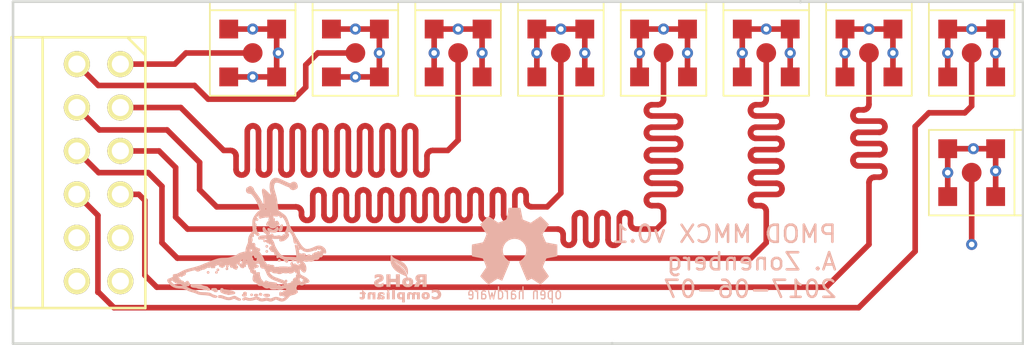
<source format=kicad_pcb>
(kicad_pcb (version 20170123) (host pcbnew "(2017-05-24 revision 38c8470)-master")
  (layers (0 F.Cu signal) (1 In1.Cu signal) (2 In2.Cu signal) (31 B.Cu signal) (34 B.Paste user) (35 F.Paste user) (36 B.SilkS user) (37 F.SilkS user) (38 B.Mask user) (39 F.Mask user) (44 Edge.Cuts user))
  (net 0 "")
  (net 1 /DQ0)
  (net 2 /GND)
  (net 3 /DQ1)
  (net 4 /DQ2)
  (net 5 /DQ3)
  (net 6 /DQ4)
  (net 7 /DQ5)
  (net 8 /DQ6)
  (net 9 /DQ7)
  (net 10 /3V3)
  (module azonenberg_pcb:LONGTHING-1200DPI (layer B.Cu) (at 54.1 42.3 180)
    (fp_text reference G*** hide)
    (fp_text value LOGO hide)
  )
  (module w_logo:Logo_silk_ROHS_5x2.8mm (layer B.Cu) (at 63.6 44.2 180)
    (fp_text reference G*** hide)
    (fp_text value LOGO hide)
  )
  (module w_logo:Logo_silk_OSHW_6x6mm (layer B.Cu) (at 70.3 42.3 180)
    (fp_text reference G*** hide)
    (fp_text value LOGO hide)
  )
  (module azonenberg_pcb:CONN_MMCX_LINX_CONNMMCX002SMD (layer F.Cu) (at 97 38 180)
    (fp_text reference P9 hide)
    (fp_text value MMCX hide)
    (pad 1 smd circle (at 0 0 180) (size 1.15 1.15) (layers F.Cu F.Paste F.Mask) (net 10 /3V3))
    (pad 2 smd rect (at 1.4 1.4 180) (size 1.1 1.1) (layers F.Cu F.Paste F.Mask) (net 2 /GND))
    (pad 2 smd rect (at 1.4 -1.4 180) (size 1.1 1.1) (layers F.Cu F.Paste F.Mask) (net 2 /GND))
    (pad 2 smd rect (at -1.4 -1.4 180) (size 1.1 1.1) (layers F.Cu F.Paste F.Mask) (net 2 /GND))
    (pad 2 smd rect (at -1.4 1.4 180) (size 1.1 1.1) (layers F.Cu F.Paste F.Mask) (net 2 /GND))
  )
  (module azonenberg_pcb:CONN_HEADER_2.54MM_2x6_RA_PMOD_MODULE (layer F.Cu) (at 46 38 270)
    (fp_text reference J1 hide)
    (fp_text value PMOD_DEVICE_DIFF hide)
    (pad 3 thru_hole circle (at -1.27 -1.27 270) (size 1.524 1.524) (drill 1) (layers *.Cu *.Mask F.SilkS) (net 4 /DQ2))
    (pad 9 thru_hole circle (at -1.27 1.27 270) (size 1.524 1.524) (drill 1) (layers *.Cu *.Mask F.SilkS) (net 8 /DQ6))
    (pad 4 thru_hole circle (at 1.27 -1.27 270) (size 1.524 1.524) (drill 1) (layers *.Cu *.Mask F.SilkS) (net 5 /DQ3))
    (pad 5 thru_hole circle (at 3.81 -1.27 270) (size 1.524 1.524) (drill 1) (layers *.Cu *.Mask F.SilkS) (net 2 /GND))
    (pad 6 thru_hole circle (at 6.35 -1.27 270) (size 1.524 1.524) (drill 1) (layers *.Cu *.Mask F.SilkS) (net 10 /3V3))
    (pad 12 thru_hole circle (at 6.35 1.27 270) (size 1.524 1.524) (drill 1) (layers *.Cu *.Mask F.SilkS) (net 10 /3V3))
    (pad 11 thru_hole circle (at 3.81 1.27 270) (size 1.524 1.524) (drill 1) (layers *.Cu *.Mask F.SilkS) (net 2 /GND))
    (pad 10 thru_hole circle (at 1.27 1.27 270) (size 1.524 1.524) (drill 1) (layers *.Cu *.Mask F.SilkS) (net 9 /DQ7))
    (pad 7 thru_hole circle (at -6.35 1.27 270) (size 1.524 1.524) (drill 1) (layers *.Cu *.Mask F.SilkS) (net 6 /DQ4))
    (pad 8 thru_hole circle (at -3.81 1.27 270) (size 1.524 1.524) (drill 1) (layers *.Cu *.Mask F.SilkS) (net 7 /DQ5))
    (pad 2 thru_hole circle (at -3.81 -1.27 270) (size 1.524 1.524) (drill 1) (layers *.Cu *.Mask F.SilkS) (net 3 /DQ1))
    (pad 1 thru_hole circle (at -6.35 -1.27 270) (size 1.524 1.524) (drill 1) (layers *.Cu *.Mask F.SilkS) (net 1 /DQ0))
  )
  (module azonenberg_pcb:CONN_MMCX_LINX_CONNMMCX002SMD (layer F.Cu) (at 97 31 270)
    (fp_text reference P8 hide)
    (fp_text value MMCX hide)
    (pad 2 smd rect (at -1.4 1.4 270) (size 1.1 1.1) (layers F.Cu F.Paste F.Mask) (net 2 /GND))
    (pad 2 smd rect (at -1.4 -1.4 270) (size 1.1 1.1) (layers F.Cu F.Paste F.Mask) (net 2 /GND))
    (pad 2 smd rect (at 1.4 -1.4 270) (size 1.1 1.1) (layers F.Cu F.Paste F.Mask) (net 2 /GND))
    (pad 2 smd rect (at 1.4 1.4 270) (size 1.1 1.1) (layers F.Cu F.Paste F.Mask) (net 2 /GND))
    (pad 1 smd circle (at 0 0 270) (size 1.15 1.15) (layers F.Cu F.Paste F.Mask) (net 9 /DQ7))
  )
  (module azonenberg_pcb:CONN_MMCX_LINX_CONNMMCX002SMD (layer F.Cu) (at 85 31 270)
    (fp_text reference P7 hide)
    (fp_text value MMCX hide)
    (pad 1 smd circle (at 0 0 270) (size 1.15 1.15) (layers F.Cu F.Paste F.Mask) (net 8 /DQ6))
    (pad 2 smd rect (at 1.4 1.4 270) (size 1.1 1.1) (layers F.Cu F.Paste F.Mask) (net 2 /GND))
    (pad 2 smd rect (at 1.4 -1.4 270) (size 1.1 1.1) (layers F.Cu F.Paste F.Mask) (net 2 /GND))
    (pad 2 smd rect (at -1.4 -1.4 270) (size 1.1 1.1) (layers F.Cu F.Paste F.Mask) (net 2 /GND))
    (pad 2 smd rect (at -1.4 1.4 270) (size 1.1 1.1) (layers F.Cu F.Paste F.Mask) (net 2 /GND))
  )
  (module azonenberg_pcb:CONN_MMCX_LINX_CONNMMCX002SMD (layer F.Cu) (at 73 31 270)
    (fp_text reference P6 hide)
    (fp_text value MMCX hide)
    (pad 2 smd rect (at -1.4 1.4 270) (size 1.1 1.1) (layers F.Cu F.Paste F.Mask) (net 2 /GND))
    (pad 2 smd rect (at -1.4 -1.4 270) (size 1.1 1.1) (layers F.Cu F.Paste F.Mask) (net 2 /GND))
    (pad 2 smd rect (at 1.4 -1.4 270) (size 1.1 1.1) (layers F.Cu F.Paste F.Mask) (net 2 /GND))
    (pad 2 smd rect (at 1.4 1.4 270) (size 1.1 1.1) (layers F.Cu F.Paste F.Mask) (net 2 /GND))
    (pad 1 smd circle (at 0 0 270) (size 1.15 1.15) (layers F.Cu F.Paste F.Mask) (net 7 /DQ5))
  )
  (module azonenberg_pcb:CONN_MMCX_LINX_CONNMMCX002SMD (layer F.Cu) (at 61 31 270)
    (fp_text reference P5 hide)
    (fp_text value MMCX hide)
    (pad 1 smd circle (at 0 0 270) (size 1.15 1.15) (layers F.Cu F.Paste F.Mask) (net 6 /DQ4))
    (pad 2 smd rect (at 1.4 1.4 270) (size 1.1 1.1) (layers F.Cu F.Paste F.Mask) (net 2 /GND))
    (pad 2 smd rect (at 1.4 -1.4 270) (size 1.1 1.1) (layers F.Cu F.Paste F.Mask) (net 2 /GND))
    (pad 2 smd rect (at -1.4 -1.4 270) (size 1.1 1.1) (layers F.Cu F.Paste F.Mask) (net 2 /GND))
    (pad 2 smd rect (at -1.4 1.4 270) (size 1.1 1.1) (layers F.Cu F.Paste F.Mask) (net 2 /GND))
  )
  (module azonenberg_pcb:CONN_MMCX_LINX_CONNMMCX002SMD (layer F.Cu) (at 91 31 270)
    (fp_text reference P4 hide)
    (fp_text value MMCX hide)
    (pad 2 smd rect (at -1.4 1.4 270) (size 1.1 1.1) (layers F.Cu F.Paste F.Mask) (net 2 /GND))
    (pad 2 smd rect (at -1.4 -1.4 270) (size 1.1 1.1) (layers F.Cu F.Paste F.Mask) (net 2 /GND))
    (pad 2 smd rect (at 1.4 -1.4 270) (size 1.1 1.1) (layers F.Cu F.Paste F.Mask) (net 2 /GND))
    (pad 2 smd rect (at 1.4 1.4 270) (size 1.1 1.1) (layers F.Cu F.Paste F.Mask) (net 2 /GND))
    (pad 1 smd circle (at 0 0 270) (size 1.15 1.15) (layers F.Cu F.Paste F.Mask) (net 5 /DQ3))
  )
  (module azonenberg_pcb:CONN_MMCX_LINX_CONNMMCX002SMD (layer F.Cu) (at 79 31 270)
    (fp_text reference P3 hide)
    (fp_text value MMCX hide)
    (pad 1 smd circle (at 0 0 270) (size 1.15 1.15) (layers F.Cu F.Paste F.Mask) (net 4 /DQ2))
    (pad 2 smd rect (at 1.4 1.4 270) (size 1.1 1.1) (layers F.Cu F.Paste F.Mask) (net 2 /GND))
    (pad 2 smd rect (at 1.4 -1.4 270) (size 1.1 1.1) (layers F.Cu F.Paste F.Mask) (net 2 /GND))
    (pad 2 smd rect (at -1.4 -1.4 270) (size 1.1 1.1) (layers F.Cu F.Paste F.Mask) (net 2 /GND))
    (pad 2 smd rect (at -1.4 1.4 270) (size 1.1 1.1) (layers F.Cu F.Paste F.Mask) (net 2 /GND))
  )
  (module azonenberg_pcb:CONN_MMCX_LINX_CONNMMCX002SMD (layer F.Cu) (at 67 31 270)
    (fp_text reference P2 hide)
    (fp_text value MMCX hide)
    (pad 2 smd rect (at -1.4 1.4 270) (size 1.1 1.1) (layers F.Cu F.Paste F.Mask) (net 2 /GND))
    (pad 2 smd rect (at -1.4 -1.4 270) (size 1.1 1.1) (layers F.Cu F.Paste F.Mask) (net 2 /GND))
    (pad 2 smd rect (at 1.4 -1.4 270) (size 1.1 1.1) (layers F.Cu F.Paste F.Mask) (net 2 /GND))
    (pad 2 smd rect (at 1.4 1.4 270) (size 1.1 1.1) (layers F.Cu F.Paste F.Mask) (net 2 /GND))
    (pad 1 smd circle (at 0 0 270) (size 1.15 1.15) (layers F.Cu F.Paste F.Mask) (net 3 /DQ1))
  )
  (module azonenberg_pcb:CONN_MMCX_LINX_CONNMMCX002SMD (layer F.Cu) (at 55 31 270)
    (fp_text reference P1 hide)
    (fp_text value MMCX hide)
    (pad 1 smd circle (at 0 0 270) (size 1.15 1.15) (layers F.Cu F.Paste F.Mask) (net 1 /DQ0))
    (pad 2 smd rect (at 1.4 1.4 270) (size 1.1 1.1) (layers F.Cu F.Paste F.Mask) (net 2 /GND))
    (pad 2 smd rect (at 1.4 -1.4 270) (size 1.1 1.1) (layers F.Cu F.Paste F.Mask) (net 2 /GND))
    (pad 2 smd rect (at -1.4 -1.4 270) (size 1.1 1.1) (layers F.Cu F.Paste F.Mask) (net 2 /GND))
    (pad 2 smd rect (at -1.4 1.4 270) (size 1.1 1.1) (layers F.Cu F.Paste F.Mask) (net 2 /GND))
  )
  (gr_text "PMOD MMCX v0.1\nA. Zonenberg\n2017-06-07" (at 89.2 43.2) (layer B.SilkS) (effects (font (size 1 1)) (justify left mirror)))
  (gr_line (start 100 28) (end 100 48) (layer Edge.Cuts) (width 0.15))
  (gr_line (start 87 28) (end 87 28) (layer Edge.Cuts) (width 0.2))
  (gr_line (start 41 28) (end 100 28) (layer Edge.Cuts) (width 0.15))
  (gr_line (start 76 48) (end 76 48) (layer Edge.Cuts) (width 0.2))
  (gr_line (start 41 48) (end 100 48) (layer Edge.Cuts) (width 0.15))
  (gr_line (start 41 28) (end 41 48) (layer Edge.Cuts) (width 0.15))
  (segment (start 51.1 31) (end 55 31) (width 0.328) (layer F.Cu) (net 1))
  (segment (start 50.45 31.65) (end 51.1 31) (width 0.328) (layer F.Cu) (net 1))
  (segment (start 47.27 31.65) (end 50.45 31.65) (width 0.328) (layer F.Cu) (net 1))
  (segment (start 56.4 32.4) (end 55 32.4) (width 0.328) (layer F.Cu) (net 2))
  (segment (start 55 32.4) (end 53.6 32.4) (width 0.328) (layer F.Cu) (net 2))
  (via (at 55 32.4) (size 0.65) (drill 0.33) (layers F.Cu B.Cu) (net 2))
  (segment (start 98.4 31) (end 98.4 29.6) (width 0.328) (layer F.Cu) (net 2))
  (segment (start 98.4 32.4) (end 98.4 31) (width 0.328) (layer F.Cu) (net 2))
  (via (at 98.4 31) (size 0.65) (drill 0.33) (layers F.Cu B.Cu) (net 2))
  (segment (start 97 29.6) (end 95.6 29.6) (width 0.328) (layer F.Cu) (net 2))
  (segment (start 98.4 29.6) (end 97 29.6) (width 0.328) (layer F.Cu) (net 2))
  (via (at 97 29.6) (size 0.65) (drill 0.33) (layers F.Cu B.Cu) (net 2))
  (segment (start 95.6 31) (end 95.6 32.4) (width 0.328) (layer F.Cu) (net 2))
  (segment (start 95.6 29.6) (end 95.6 31) (width 0.328) (layer F.Cu) (net 2))
  (via (at 95.6 31) (size 0.65) (drill 0.33) (layers F.Cu B.Cu) (net 2))
  (segment (start 92.4 31) (end 92.4 29.6) (width 0.328) (layer F.Cu) (net 2))
  (via (at 92.4 31) (size 0.65) (drill 0.33) (layers F.Cu B.Cu) (net 2))
  (segment (start 92.4 32.4) (end 92.4 31) (width 0.328) (layer F.Cu) (net 2))
  (segment (start 91 29.6) (end 89.6 29.6) (width 0.328) (layer F.Cu) (net 2))
  (segment (start 92.4 29.6) (end 91 29.6) (width 0.328) (layer F.Cu) (net 2))
  (via (at 91 29.6) (size 0.65) (drill 0.33) (layers F.Cu B.Cu) (net 2))
  (segment (start 89.6 31) (end 89.6 32.4) (width 0.328) (layer F.Cu) (net 2))
  (segment (start 89.6 29.6) (end 89.6 31) (width 0.328) (layer F.Cu) (net 2))
  (via (at 89.6 31) (size 0.65) (drill 0.33) (layers F.Cu B.Cu) (net 2))
  (segment (start 86.4 31) (end 86.4 29.6) (width 0.328) (layer F.Cu) (net 2))
  (segment (start 86.4 32.4) (end 86.4 31) (width 0.328) (layer F.Cu) (net 2))
  (via (at 86.4 31) (size 0.65) (drill 0.33) (layers F.Cu B.Cu) (net 2))
  (segment (start 85 29.6) (end 83.6 29.6) (width 0.328) (layer F.Cu) (net 2))
  (segment (start 86.4 29.6) (end 85 29.6) (width 0.328) (layer F.Cu) (net 2))
  (via (at 85 29.6) (size 0.65) (drill 0.33) (layers F.Cu B.Cu) (net 2))
  (segment (start 83.6 31) (end 83.6 32.4) (width 0.328) (layer F.Cu) (net 2))
  (segment (start 83.6 29.6) (end 83.6 31) (width 0.328) (layer F.Cu) (net 2))
  (via (at 83.6 31) (size 0.65) (drill 0.33) (layers F.Cu B.Cu) (net 2))
  (segment (start 80.4 31) (end 80.4 32.4) (width 0.328) (layer F.Cu) (net 2))
  (segment (start 80.4 29.6) (end 80.4 31) (width 0.328) (layer F.Cu) (net 2))
  (via (at 80.4 31) (size 0.65) (drill 0.33) (layers F.Cu B.Cu) (net 2))
  (segment (start 79 29.6) (end 80.4 29.6) (width 0.328) (layer F.Cu) (net 2))
  (segment (start 77.6 29.6) (end 79 29.6) (width 0.328) (layer F.Cu) (net 2))
  (via (at 79 29.6) (size 0.65) (drill 0.33) (layers F.Cu B.Cu) (net 2))
  (segment (start 77.6 31) (end 77.6 29.6) (width 0.328) (layer F.Cu) (net 2))
  (segment (start 77.6 32.4) (end 77.6 31) (width 0.328) (layer F.Cu) (net 2))
  (via (at 77.6 31) (size 0.65) (drill 0.33) (layers F.Cu B.Cu) (net 2))
  (segment (start 74.4 31) (end 74.4 32.4) (width 0.328) (layer F.Cu) (net 2))
  (segment (start 74.4 29.6) (end 74.4 31) (width 0.328) (layer F.Cu) (net 2))
  (via (at 74.4 31) (size 0.65) (drill 0.33) (layers F.Cu B.Cu) (net 2))
  (segment (start 73 29.6) (end 74.4 29.6) (width 0.328) (layer F.Cu) (net 2))
  (segment (start 71.6 29.6) (end 73 29.6) (width 0.328) (layer F.Cu) (net 2))
  (via (at 73 29.6) (size 0.65) (drill 0.33) (layers F.Cu B.Cu) (net 2))
  (segment (start 71.6 31) (end 71.6 29.6) (width 0.328) (layer F.Cu) (net 2))
  (segment (start 71.6 32.4) (end 71.6 31) (width 0.328) (layer F.Cu) (net 2))
  (via (at 71.6 31) (size 0.65) (drill 0.33) (layers F.Cu B.Cu) (net 2))
  (segment (start 68.4 31) (end 68.4 32.4) (width 0.328) (layer F.Cu) (net 2))
  (segment (start 68.4 29.6) (end 68.4 31) (width 0.328) (layer F.Cu) (net 2))
  (via (at 68.4 31) (size 0.65) (drill 0.33) (layers F.Cu B.Cu) (net 2))
  (segment (start 65.6 31) (end 65.6 29.6) (width 0.328) (layer F.Cu) (net 2))
  (segment (start 65.6 32.4) (end 65.6 31) (width 0.328) (layer F.Cu) (net 2))
  (via (at 65.6 31) (size 0.65) (drill 0.33) (layers F.Cu B.Cu) (net 2))
  (segment (start 67 29.6) (end 68.4 29.6) (width 0.328) (layer F.Cu) (net 2))
  (segment (start 65.6 29.6) (end 67 29.6) (width 0.328) (layer F.Cu) (net 2))
  (via (at 67 29.6) (size 0.65) (drill 0.33) (layers F.Cu B.Cu) (net 2))
  (segment (start 62.4 31) (end 62.4 32.4) (width 0.328) (layer F.Cu) (net 2))
  (segment (start 62.4 29.6) (end 62.4 31) (width 0.328) (layer F.Cu) (net 2))
  (via (at 62.4 31) (size 0.65) (drill 0.33) (layers F.Cu B.Cu) (net 2))
  (segment (start 61 32.4) (end 62.4 32.4) (width 0.328) (layer F.Cu) (net 2))
  (segment (start 59.6 32.4) (end 61 32.4) (width 0.328) (layer F.Cu) (net 2))
  (via (at 61 32.4) (size 0.65) (drill 0.33) (layers F.Cu B.Cu) (net 2))
  (segment (start 61 29.6) (end 62.4 29.6) (width 0.328) (layer F.Cu) (net 2))
  (segment (start 59.6 29.6) (end 61 29.6) (width 0.328) (layer F.Cu) (net 2))
  (via (at 61 29.6) (size 0.65) (drill 0.33) (layers F.Cu B.Cu) (net 2))
  (segment (start 56.4 31) (end 56.4 29.6) (width 0.328) (layer F.Cu) (net 2))
  (segment (start 56.4 32.4) (end 56.4 31) (width 0.328) (layer F.Cu) (net 2))
  (segment (start 56.4 31) (end 56.5 31) (width 0.328) (layer F.Cu) (net 2))
  (via (at 56.5 31) (size 0.65) (drill 0.33) (layers F.Cu B.Cu) (net 2))
  (segment (start 55 29.6) (end 56.4 29.6) (width 0.328) (layer F.Cu) (net 2))
  (segment (start 53.6 29.6) (end 55 29.6) (width 0.328) (layer F.Cu) (net 2))
  (via (at 55 29.6) (size 0.65) (drill 0.33) (layers F.Cu B.Cu) (net 2))
  (segment (start 98.4 37.9) (end 98.4 39.4) (width 0.328) (layer F.Cu) (net 2))
  (segment (start 98.4 36.6) (end 98.4 37.9) (width 0.328) (layer F.Cu) (net 2))
  (via (at 98.4 37.9) (size 0.65) (drill 0.33) (layers F.Cu B.Cu) (net 2))
  (segment (start 97.1 36.6) (end 95.6 36.6) (width 0.328) (layer F.Cu) (net 2))
  (segment (start 98.4 36.6) (end 97.1 36.6) (width 0.328) (layer F.Cu) (net 2))
  (via (at 97.1 36.6) (size 0.65) (drill 0.33) (layers F.Cu B.Cu) (net 2))
  (segment (start 95.6 38) (end 95.6 39.4) (width 0.328) (layer F.Cu) (net 2))
  (segment (start 95.6 36.6) (end 95.6 38) (width 0.328) (layer F.Cu) (net 2))
  (via (at 95.6 38) (size 0.65) (drill 0.33) (layers F.Cu B.Cu) (net 2))
  (segment (start 53.7 36.7) (end 53.772986 36.708223) (width 0.328) (layer F.Cu) (net 3))
  (segment (start 47.27 34.19) (end 50.8 34.19) (width 0.328) (layer F.Cu) (net 3))
  (segment (start 62.547776 37.885838) (end 62.556 37.812852) (width 0.328) (layer F.Cu) (net 3))
  (segment (start 54.692223 35.514162) (end 54.716482 35.444835) (width 0.328) (layer F.Cu) (net 3))
  (segment (start 60.464504 35.330708) (end 60.51644 35.382644) (width 0.328) (layer F.Cu) (net 3))
  (segment (start 56.528504 35.330708) (end 56.58044 35.382644) (width 0.328) (layer F.Cu) (net 3))
  (segment (start 53.842313 36.732482) (end 53.904504 36.771559) (width 0.328) (layer F.Cu) (net 3))
  (segment (start 65.10844 38.017356) (end 65.147517 37.955165) (width 0.328) (layer F.Cu) (net 3))
  (segment (start 64.524 35.587148) (end 64.524 37.812852) (width 0.328) (layer F.Cu) (net 3))
  (segment (start 56.619517 35.444835) (end 56.643776 35.514162) (width 0.328) (layer F.Cu) (net 3))
  (segment (start 56.907013 38.132628) (end 56.98 38.140852) (width 0.328) (layer F.Cu) (net 3))
  (segment (start 50.8 34.19) (end 53.31 36.7) (width 0.328) (layer F.Cu) (net 3))
  (segment (start 55.525686 38.108369) (end 55.595013 38.132628) (width 0.328) (layer F.Cu) (net 3))
  (segment (start 57.122313 38.108369) (end 57.184504 38.069292) (width 0.328) (layer F.Cu) (net 3))
  (segment (start 54.651517 37.955165) (end 54.675776 37.885838) (width 0.328) (layer F.Cu) (net 3))
  (segment (start 61.82844 35.382644) (end 61.867517 35.444835) (width 0.328) (layer F.Cu) (net 3))
  (segment (start 54.498313 38.108369) (end 54.560504 38.069292) (width 0.328) (layer F.Cu) (net 3))
  (segment (start 53.31 36.7) (end 53.7 36.7) (width 0.328) (layer F.Cu) (net 3))
  (segment (start 53.772986 36.708223) (end 53.842313 36.732482) (width 0.328) (layer F.Cu) (net 3))
  (segment (start 53.904504 36.771559) (end 53.95644 36.823495) (width 0.328) (layer F.Cu) (net 3))
  (segment (start 58.62 35.587148) (end 58.628223 35.514162) (width 0.328) (layer F.Cu) (net 3))
  (segment (start 54.684 37.812852) (end 54.684 35.587148) (width 0.328) (layer F.Cu) (net 3))
  (segment (start 58.496504 38.069292) (end 58.54844 38.017356) (width 0.328) (layer F.Cu) (net 3))
  (segment (start 55.987776 37.885838) (end 55.996 37.812852) (width 0.328) (layer F.Cu) (net 3))
  (segment (start 57.308 37.812852) (end 57.308 35.587148) (width 0.328) (layer F.Cu) (net 3))
  (segment (start 54.028 37.812852) (end 54.036223 37.885838) (width 0.328) (layer F.Cu) (net 3))
  (segment (start 54.755559 35.382644) (end 54.807495 35.330708) (width 0.328) (layer F.Cu) (net 3))
  (segment (start 62.155013 38.132628) (end 62.228 38.140852) (width 0.328) (layer F.Cu) (net 3))
  (segment (start 53.95644 36.823495) (end 53.995517 36.885686) (width 0.328) (layer F.Cu) (net 3))
  (segment (start 54.028 37.028) (end 54.028 37.812852) (width 0.328) (layer F.Cu) (net 3))
  (segment (start 54.019776 36.955013) (end 54.028 37.028) (width 0.328) (layer F.Cu) (net 3))
  (segment (start 56.028482 35.444835) (end 56.067559 35.382644) (width 0.328) (layer F.Cu) (net 3))
  (segment (start 53.995517 36.885686) (end 54.019776 36.955013) (width 0.328) (layer F.Cu) (net 3))
  (segment (start 65.212482 36.885686) (end 65.251559 36.823495) (width 0.328) (layer F.Cu) (net 3))
  (segment (start 58.805686 35.291631) (end 58.875013 35.267372) (width 0.328) (layer F.Cu) (net 3))
  (segment (start 54.036223 37.885838) (end 54.060482 37.955165) (width 0.328) (layer F.Cu) (net 3))
  (segment (start 64.532223 37.885838) (end 64.556482 37.955165) (width 0.328) (layer F.Cu) (net 3))
  (segment (start 63.868 37.812852) (end 63.868 35.587148) (width 0.328) (layer F.Cu) (net 3))
  (segment (start 57.563013 35.267372) (end 57.636 35.259148) (width 0.328) (layer F.Cu) (net 3))
  (segment (start 54.675776 37.885838) (end 54.684 37.812852) (width 0.328) (layer F.Cu) (net 3))
  (segment (start 59.940223 35.514162) (end 59.964482 35.444835) (width 0.328) (layer F.Cu) (net 3))
  (segment (start 54.560504 38.069292) (end 54.61244 38.017356) (width 0.328) (layer F.Cu) (net 3))
  (segment (start 63.835517 37.955165) (end 63.859776 37.885838) (width 0.328) (layer F.Cu) (net 3))
  (segment (start 57.275517 37.955165) (end 57.299776 37.885838) (width 0.328) (layer F.Cu) (net 3))
  (segment (start 54.099559 38.017356) (end 54.151495 38.069292) (width 0.328) (layer F.Cu) (net 3))
  (segment (start 54.716482 35.444835) (end 54.755559 35.382644) (width 0.328) (layer F.Cu) (net 3))
  (segment (start 54.151495 38.069292) (end 54.213686 38.108369) (width 0.328) (layer F.Cu) (net 3))
  (segment (start 55.872504 38.069292) (end 55.92444 38.017356) (width 0.328) (layer F.Cu) (net 3))
  (segment (start 54.060482 37.955165) (end 54.099559 38.017356) (width 0.328) (layer F.Cu) (net 3))
  (segment (start 54.61244 38.017356) (end 54.651517 37.955165) (width 0.328) (layer F.Cu) (net 3))
  (segment (start 63.79644 38.017356) (end 63.835517 37.955165) (width 0.328) (layer F.Cu) (net 3))
  (segment (start 57.308 35.587148) (end 57.316223 35.514162) (width 0.328) (layer F.Cu) (net 3))
  (segment (start 59.152504 35.330708) (end 59.20444 35.382644) (width 0.328) (layer F.Cu) (net 3))
  (segment (start 54.213686 38.108369) (end 54.283013 38.132628) (width 0.328) (layer F.Cu) (net 3))
  (segment (start 56.181686 35.291631) (end 56.251013 35.267372) (width 0.328) (layer F.Cu) (net 3))
  (segment (start 60.51644 35.382644) (end 60.555517 35.444835) (width 0.328) (layer F.Cu) (net 3))
  (segment (start 59.347559 38.017356) (end 59.399495 38.069292) (width 0.328) (layer F.Cu) (net 3))
  (segment (start 56.58044 35.382644) (end 56.619517 35.444835) (width 0.328) (layer F.Cu) (net 3))
  (segment (start 57.23644 38.017356) (end 57.275517 37.955165) (width 0.328) (layer F.Cu) (net 3))
  (segment (start 59.20444 35.382644) (end 59.243517 35.444835) (width 0.328) (layer F.Cu) (net 3))
  (segment (start 54.283013 38.132628) (end 54.356 38.140852) (width 0.328) (layer F.Cu) (net 3))
  (segment (start 55.595013 38.132628) (end 55.668 38.140852) (width 0.328) (layer F.Cu) (net 3))
  (segment (start 56.643776 35.514162) (end 56.652 35.587148) (width 0.328) (layer F.Cu) (net 3))
  (segment (start 63.088504 35.330708) (end 63.14044 35.382644) (width 0.328) (layer F.Cu) (net 3))
  (segment (start 54.356 38.140852) (end 54.428986 38.132628) (width 0.328) (layer F.Cu) (net 3))
  (segment (start 55.26844 35.382644) (end 55.307517 35.444835) (width 0.328) (layer F.Cu) (net 3))
  (segment (start 54.428986 38.132628) (end 54.498313 38.108369) (width 0.328) (layer F.Cu) (net 3))
  (segment (start 63.026313 35.291631) (end 63.088504 35.330708) (width 0.328) (layer F.Cu) (net 3))
  (segment (start 55.92444 38.017356) (end 55.963517 37.955165) (width 0.328) (layer F.Cu) (net 3))
  (segment (start 59.399495 38.069292) (end 59.461686 38.108369) (width 0.328) (layer F.Cu) (net 3))
  (segment (start 54.684 35.587148) (end 54.692223 35.514162) (width 0.328) (layer F.Cu) (net 3))
  (segment (start 62.023495 38.069292) (end 62.085686 38.108369) (width 0.328) (layer F.Cu) (net 3))
  (segment (start 54.807495 35.330708) (end 54.869686 35.291631) (width 0.328) (layer F.Cu) (net 3))
  (segment (start 57.931517 35.444835) (end 57.955776 35.514162) (width 0.328) (layer F.Cu) (net 3))
  (segment (start 54.869686 35.291631) (end 54.939013 35.267372) (width 0.328) (layer F.Cu) (net 3))
  (segment (start 56.119495 35.330708) (end 56.181686 35.291631) (width 0.328) (layer F.Cu) (net 3))
  (segment (start 54.939013 35.267372) (end 55.012 35.259148) (width 0.328) (layer F.Cu) (net 3))
  (segment (start 56.324 35.259148) (end 56.396986 35.267372) (width 0.328) (layer F.Cu) (net 3))
  (segment (start 55.012 35.259148) (end 55.084986 35.267372) (width 0.328) (layer F.Cu) (net 3))
  (segment (start 55.084986 35.267372) (end 55.154313 35.291631) (width 0.328) (layer F.Cu) (net 3))
  (segment (start 62.956986 35.267372) (end 63.026313 35.291631) (width 0.328) (layer F.Cu) (net 3))
  (segment (start 58.219013 38.132628) (end 58.292 38.140852) (width 0.328) (layer F.Cu) (net 3))
  (segment (start 55.154313 35.291631) (end 55.216504 35.330708) (width 0.328) (layer F.Cu) (net 3))
  (segment (start 60.117686 35.291631) (end 60.187013 35.267372) (width 0.328) (layer F.Cu) (net 3))
  (segment (start 60.988986 38.132628) (end 61.058313 38.108369) (width 0.328) (layer F.Cu) (net 3))
  (segment (start 59.090313 35.291631) (end 59.152504 35.330708) (width 0.328) (layer F.Cu) (net 3))
  (segment (start 55.216504 35.330708) (end 55.26844 35.382644) (width 0.328) (layer F.Cu) (net 3))
  (segment (start 55.996 37.812852) (end 55.996 35.587148) (width 0.328) (layer F.Cu) (net 3))
  (segment (start 55.34 37.812852) (end 55.348223 37.885838) (width 0.328) (layer F.Cu) (net 3))
  (segment (start 55.307517 35.444835) (end 55.331776 35.514162) (width 0.328) (layer F.Cu) (net 3))
  (segment (start 58.587517 37.955165) (end 58.611776 37.885838) (width 0.328) (layer F.Cu) (net 3))
  (segment (start 55.331776 35.514162) (end 55.34 35.587148) (width 0.328) (layer F.Cu) (net 3))
  (segment (start 60.620482 37.955165) (end 60.659559 38.017356) (width 0.328) (layer F.Cu) (net 3))
  (segment (start 55.348223 37.885838) (end 55.372482 37.955165) (width 0.328) (layer F.Cu) (net 3))
  (segment (start 58.875013 35.267372) (end 58.948 35.259148) (width 0.328) (layer F.Cu) (net 3))
  (segment (start 55.34 35.587148) (end 55.34 37.812852) (width 0.328) (layer F.Cu) (net 3))
  (segment (start 55.372482 37.955165) (end 55.411559 38.017356) (width 0.328) (layer F.Cu) (net 3))
  (segment (start 59.276 37.812852) (end 59.284223 37.885838) (width 0.328) (layer F.Cu) (net 3))
  (segment (start 61.971559 38.017356) (end 62.023495 38.069292) (width 0.328) (layer F.Cu) (net 3))
  (segment (start 57.052986 38.132628) (end 57.122313 38.108369) (width 0.328) (layer F.Cu) (net 3))
  (segment (start 55.411559 38.017356) (end 55.463495 38.069292) (width 0.328) (layer F.Cu) (net 3))
  (segment (start 59.923776 37.885838) (end 59.932 37.812852) (width 0.328) (layer F.Cu) (net 3))
  (segment (start 61.211517 37.955165) (end 61.235776 37.885838) (width 0.328) (layer F.Cu) (net 3))
  (segment (start 55.463495 38.069292) (end 55.525686 38.108369) (width 0.328) (layer F.Cu) (net 3))
  (segment (start 60.555517 35.444835) (end 60.579776 35.514162) (width 0.328) (layer F.Cu) (net 3))
  (segment (start 60.588 35.587148) (end 60.588 37.812852) (width 0.328) (layer F.Cu) (net 3))
  (segment (start 58.611776 37.885838) (end 58.62 37.812852) (width 0.328) (layer F.Cu) (net 3))
  (segment (start 55.668 38.140852) (end 55.740986 38.132628) (width 0.328) (layer F.Cu) (net 3))
  (segment (start 57.493686 35.291631) (end 57.563013 35.267372) (width 0.328) (layer F.Cu) (net 3))
  (segment (start 55.740986 38.132628) (end 55.810313 38.108369) (width 0.328) (layer F.Cu) (net 3))
  (segment (start 57.708986 35.267372) (end 57.778313 35.291631) (width 0.328) (layer F.Cu) (net 3))
  (segment (start 58.62 37.812852) (end 58.62 35.587148) (width 0.328) (layer F.Cu) (net 3))
  (segment (start 59.899517 37.955165) (end 59.923776 37.885838) (width 0.328) (layer F.Cu) (net 3))
  (segment (start 62.811013 35.267372) (end 62.884 35.259148) (width 0.328) (layer F.Cu) (net 3))
  (segment (start 55.810313 38.108369) (end 55.872504 38.069292) (width 0.328) (layer F.Cu) (net 3))
  (segment (start 56.775495 38.069292) (end 56.837686 38.108369) (width 0.328) (layer F.Cu) (net 3))
  (segment (start 57.89244 35.382644) (end 57.931517 35.444835) (width 0.328) (layer F.Cu) (net 3))
  (segment (start 62.588482 35.444835) (end 62.627559 35.382644) (width 0.328) (layer F.Cu) (net 3))
  (segment (start 55.963517 37.955165) (end 55.987776 37.885838) (width 0.328) (layer F.Cu) (net 3))
  (segment (start 56.652 35.587148) (end 56.652 37.812852) (width 0.328) (layer F.Cu) (net 3))
  (segment (start 55.996 35.587148) (end 56.004223 35.514162) (width 0.328) (layer F.Cu) (net 3))
  (segment (start 62.556 37.812852) (end 62.556 35.587148) (width 0.328) (layer F.Cu) (net 3))
  (segment (start 61.867517 35.444835) (end 61.891776 35.514162) (width 0.328) (layer F.Cu) (net 3))
  (segment (start 56.004223 35.514162) (end 56.028482 35.444835) (width 0.328) (layer F.Cu) (net 3))
  (segment (start 56.837686 38.108369) (end 56.907013 38.132628) (width 0.328) (layer F.Cu) (net 3))
  (segment (start 60.588 37.812852) (end 60.596223 37.885838) (width 0.328) (layer F.Cu) (net 3))
  (segment (start 60.003559 35.382644) (end 60.055495 35.330708) (width 0.328) (layer F.Cu) (net 3))
  (segment (start 56.067559 35.382644) (end 56.119495 35.330708) (width 0.328) (layer F.Cu) (net 3))
  (segment (start 56.251013 35.267372) (end 56.324 35.259148) (width 0.328) (layer F.Cu) (net 3))
  (segment (start 62.370313 38.108369) (end 62.432504 38.069292) (width 0.328) (layer F.Cu) (net 3))
  (segment (start 57.996482 37.955165) (end 58.035559 38.017356) (width 0.328) (layer F.Cu) (net 3))
  (segment (start 58.54844 38.017356) (end 58.587517 37.955165) (width 0.328) (layer F.Cu) (net 3))
  (segment (start 56.396986 35.267372) (end 56.466313 35.291631) (width 0.328) (layer F.Cu) (net 3))
  (segment (start 56.466313 35.291631) (end 56.528504 35.330708) (width 0.328) (layer F.Cu) (net 3))
  (segment (start 62.300986 38.132628) (end 62.370313 38.108369) (width 0.328) (layer F.Cu) (net 3))
  (segment (start 57.184504 38.069292) (end 57.23644 38.017356) (width 0.328) (layer F.Cu) (net 3))
  (segment (start 56.652 37.812852) (end 56.660223 37.885838) (width 0.328) (layer F.Cu) (net 3))
  (segment (start 56.660223 37.885838) (end 56.684482 37.955165) (width 0.328) (layer F.Cu) (net 3))
  (segment (start 56.684482 37.955165) (end 56.723559 38.017356) (width 0.328) (layer F.Cu) (net 3))
  (segment (start 65.435013 36.708223) (end 65.508 36.7) (width 0.328) (layer F.Cu) (net 3))
  (segment (start 64.491517 35.444835) (end 64.515776 35.514162) (width 0.328) (layer F.Cu) (net 3))
  (segment (start 58.434313 38.108369) (end 58.496504 38.069292) (width 0.328) (layer F.Cu) (net 3))
  (segment (start 56.723559 38.017356) (end 56.775495 38.069292) (width 0.328) (layer F.Cu) (net 3))
  (segment (start 61.776504 35.330708) (end 61.82844 35.382644) (width 0.328) (layer F.Cu) (net 3))
  (segment (start 56.98 38.140852) (end 57.052986 38.132628) (width 0.328) (layer F.Cu) (net 3))
  (segment (start 57.299776 37.885838) (end 57.308 37.812852) (width 0.328) (layer F.Cu) (net 3))
  (segment (start 57.316223 35.514162) (end 57.340482 35.444835) (width 0.328) (layer F.Cu) (net 3))
  (segment (start 57.340482 35.444835) (end 57.379559 35.382644) (width 0.328) (layer F.Cu) (net 3))
  (segment (start 57.379559 35.382644) (end 57.431495 35.330708) (width 0.328) (layer F.Cu) (net 3))
  (segment (start 63.744504 38.069292) (end 63.79644 38.017356) (width 0.328) (layer F.Cu) (net 3))
  (segment (start 57.431495 35.330708) (end 57.493686 35.291631) (width 0.328) (layer F.Cu) (net 3))
  (segment (start 59.020986 35.267372) (end 59.090313 35.291631) (width 0.328) (layer F.Cu) (net 3))
  (segment (start 63.612986 38.132628) (end 63.682313 38.108369) (width 0.328) (layer F.Cu) (net 3))
  (segment (start 57.636 35.259148) (end 57.708986 35.267372) (width 0.328) (layer F.Cu) (net 3))
  (segment (start 57.964 37.812852) (end 57.972223 37.885838) (width 0.328) (layer F.Cu) (net 3))
  (segment (start 57.778313 35.291631) (end 57.840504 35.330708) (width 0.328) (layer F.Cu) (net 3))
  (segment (start 64.053686 35.291631) (end 64.123013 35.267372) (width 0.328) (layer F.Cu) (net 3))
  (segment (start 63.54 38.140852) (end 63.612986 38.132628) (width 0.328) (layer F.Cu) (net 3))
  (segment (start 57.840504 35.330708) (end 57.89244 35.382644) (width 0.328) (layer F.Cu) (net 3))
  (segment (start 64.196 35.259148) (end 64.268986 35.267372) (width 0.328) (layer F.Cu) (net 3))
  (segment (start 57.955776 35.514162) (end 57.964 35.587148) (width 0.328) (layer F.Cu) (net 3))
  (segment (start 65.18 37.028) (end 65.188223 36.955013) (width 0.328) (layer F.Cu) (net 3))
  (segment (start 57.964 35.587148) (end 57.964 37.812852) (width 0.328) (layer F.Cu) (net 3))
  (segment (start 57.972223 37.885838) (end 57.996482 37.955165) (width 0.328) (layer F.Cu) (net 3))
  (segment (start 65.147517 37.955165) (end 65.171776 37.885838) (width 0.328) (layer F.Cu) (net 3))
  (segment (start 62.679495 35.330708) (end 62.741686 35.291631) (width 0.328) (layer F.Cu) (net 3))
  (segment (start 58.035559 38.017356) (end 58.087495 38.069292) (width 0.328) (layer F.Cu) (net 3))
  (segment (start 58.087495 38.069292) (end 58.149686 38.108369) (width 0.328) (layer F.Cu) (net 3))
  (segment (start 58.149686 38.108369) (end 58.219013 38.132628) (width 0.328) (layer F.Cu) (net 3))
  (segment (start 61.17244 38.017356) (end 61.211517 37.955165) (width 0.328) (layer F.Cu) (net 3))
  (segment (start 60.26 35.259148) (end 60.332986 35.267372) (width 0.328) (layer F.Cu) (net 3))
  (segment (start 58.292 38.140852) (end 58.364986 38.132628) (width 0.328) (layer F.Cu) (net 3))
  (segment (start 58.364986 38.132628) (end 58.434313 38.108369) (width 0.328) (layer F.Cu) (net 3))
  (segment (start 58.628223 35.514162) (end 58.652482 35.444835) (width 0.328) (layer F.Cu) (net 3))
  (segment (start 58.652482 35.444835) (end 58.691559 35.382644) (width 0.328) (layer F.Cu) (net 3))
  (segment (start 63.220223 37.885838) (end 63.244482 37.955165) (width 0.328) (layer F.Cu) (net 3))
  (segment (start 58.691559 35.382644) (end 58.743495 35.330708) (width 0.328) (layer F.Cu) (net 3))
  (segment (start 58.743495 35.330708) (end 58.805686 35.291631) (width 0.328) (layer F.Cu) (net 3))
  (segment (start 61.276482 35.444835) (end 61.315559 35.382644) (width 0.328) (layer F.Cu) (net 3))
  (segment (start 58.948 35.259148) (end 59.020986 35.267372) (width 0.328) (layer F.Cu) (net 3))
  (segment (start 59.243517 35.444835) (end 59.267776 35.514162) (width 0.328) (layer F.Cu) (net 3))
  (segment (start 65.251559 36.823495) (end 65.303495 36.771559) (width 0.328) (layer F.Cu) (net 3))
  (segment (start 59.267776 35.514162) (end 59.276 35.587148) (width 0.328) (layer F.Cu) (net 3))
  (segment (start 62.228 38.140852) (end 62.300986 38.132628) (width 0.328) (layer F.Cu) (net 3))
  (segment (start 59.276 35.587148) (end 59.276 37.812852) (width 0.328) (layer F.Cu) (net 3))
  (segment (start 59.284223 37.885838) (end 59.308482 37.955165) (width 0.328) (layer F.Cu) (net 3))
  (segment (start 59.308482 37.955165) (end 59.347559 38.017356) (width 0.328) (layer F.Cu) (net 3))
  (segment (start 59.461686 38.108369) (end 59.531013 38.132628) (width 0.328) (layer F.Cu) (net 3))
  (segment (start 59.531013 38.132628) (end 59.604 38.140852) (width 0.328) (layer F.Cu) (net 3))
  (segment (start 59.932 35.587148) (end 59.940223 35.514162) (width 0.328) (layer F.Cu) (net 3))
  (segment (start 61.120504 38.069292) (end 61.17244 38.017356) (width 0.328) (layer F.Cu) (net 3))
  (segment (start 59.604 38.140852) (end 59.676986 38.132628) (width 0.328) (layer F.Cu) (net 3))
  (segment (start 60.332986 35.267372) (end 60.402313 35.291631) (width 0.328) (layer F.Cu) (net 3))
  (segment (start 59.676986 38.132628) (end 59.746313 38.108369) (width 0.328) (layer F.Cu) (net 3))
  (segment (start 65.365686 36.732482) (end 65.435013 36.708223) (width 0.328) (layer F.Cu) (net 3))
  (segment (start 61.244 35.587148) (end 61.252223 35.514162) (width 0.328) (layer F.Cu) (net 3))
  (segment (start 59.746313 38.108369) (end 59.808504 38.069292) (width 0.328) (layer F.Cu) (net 3))
  (segment (start 59.808504 38.069292) (end 59.86044 38.017356) (width 0.328) (layer F.Cu) (net 3))
  (segment (start 59.86044 38.017356) (end 59.899517 37.955165) (width 0.328) (layer F.Cu) (net 3))
  (segment (start 64.556482 37.955165) (end 64.595559 38.017356) (width 0.328) (layer F.Cu) (net 3))
  (segment (start 59.932 37.812852) (end 59.932 35.587148) (width 0.328) (layer F.Cu) (net 3))
  (segment (start 59.964482 35.444835) (end 60.003559 35.382644) (width 0.328) (layer F.Cu) (net 3))
  (segment (start 60.579776 35.514162) (end 60.588 35.587148) (width 0.328) (layer F.Cu) (net 3))
  (segment (start 60.055495 35.330708) (end 60.117686 35.291631) (width 0.328) (layer F.Cu) (net 3))
  (segment (start 62.48444 38.017356) (end 62.523517 37.955165) (width 0.328) (layer F.Cu) (net 3))
  (segment (start 60.187013 35.267372) (end 60.26 35.259148) (width 0.328) (layer F.Cu) (net 3))
  (segment (start 60.402313 35.291631) (end 60.464504 35.330708) (width 0.328) (layer F.Cu) (net 3))
  (segment (start 63.212 35.587148) (end 63.212 37.812852) (width 0.328) (layer F.Cu) (net 3))
  (segment (start 60.596223 37.885838) (end 60.620482 37.955165) (width 0.328) (layer F.Cu) (net 3))
  (segment (start 60.659559 38.017356) (end 60.711495 38.069292) (width 0.328) (layer F.Cu) (net 3))
  (segment (start 62.085686 38.108369) (end 62.155013 38.132628) (width 0.328) (layer F.Cu) (net 3))
  (segment (start 60.711495 38.069292) (end 60.773686 38.108369) (width 0.328) (layer F.Cu) (net 3))
  (segment (start 60.773686 38.108369) (end 60.843013 38.132628) (width 0.328) (layer F.Cu) (net 3))
  (segment (start 60.843013 38.132628) (end 60.916 38.140852) (width 0.328) (layer F.Cu) (net 3))
  (segment (start 64.338313 35.291631) (end 64.400504 35.330708) (width 0.328) (layer F.Cu) (net 3))
  (segment (start 61.367495 35.330708) (end 61.429686 35.291631) (width 0.328) (layer F.Cu) (net 3))
  (segment (start 62.432504 38.069292) (end 62.48444 38.017356) (width 0.328) (layer F.Cu) (net 3))
  (segment (start 61.572 35.259148) (end 61.644986 35.267372) (width 0.328) (layer F.Cu) (net 3))
  (segment (start 60.916 38.140852) (end 60.988986 38.132628) (width 0.328) (layer F.Cu) (net 3))
  (segment (start 61.058313 38.108369) (end 61.120504 38.069292) (width 0.328) (layer F.Cu) (net 3))
  (segment (start 61.235776 37.885838) (end 61.244 37.812852) (width 0.328) (layer F.Cu) (net 3))
  (segment (start 61.244 37.812852) (end 61.244 35.587148) (width 0.328) (layer F.Cu) (net 3))
  (segment (start 61.252223 35.514162) (end 61.276482 35.444835) (width 0.328) (layer F.Cu) (net 3))
  (segment (start 61.315559 35.382644) (end 61.367495 35.330708) (width 0.328) (layer F.Cu) (net 3))
  (segment (start 61.429686 35.291631) (end 61.499013 35.267372) (width 0.328) (layer F.Cu) (net 3))
  (segment (start 62.627559 35.382644) (end 62.679495 35.330708) (width 0.328) (layer F.Cu) (net 3))
  (segment (start 64.595559 38.017356) (end 64.647495 38.069292) (width 0.328) (layer F.Cu) (net 3))
  (segment (start 61.499013 35.267372) (end 61.572 35.259148) (width 0.328) (layer F.Cu) (net 3))
  (segment (start 61.644986 35.267372) (end 61.714313 35.291631) (width 0.328) (layer F.Cu) (net 3))
  (segment (start 64.400504 35.330708) (end 64.45244 35.382644) (width 0.328) (layer F.Cu) (net 3))
  (segment (start 61.714313 35.291631) (end 61.776504 35.330708) (width 0.328) (layer F.Cu) (net 3))
  (segment (start 61.891776 35.514162) (end 61.9 35.587148) (width 0.328) (layer F.Cu) (net 3))
  (segment (start 61.9 35.587148) (end 61.9 37.812852) (width 0.328) (layer F.Cu) (net 3))
  (segment (start 61.9 37.812852) (end 61.908223 37.885838) (width 0.328) (layer F.Cu) (net 3))
  (segment (start 61.908223 37.885838) (end 61.932482 37.955165) (width 0.328) (layer F.Cu) (net 3))
  (segment (start 61.932482 37.955165) (end 61.971559 38.017356) (width 0.328) (layer F.Cu) (net 3))
  (segment (start 62.523517 37.955165) (end 62.547776 37.885838) (width 0.328) (layer F.Cu) (net 3))
  (segment (start 62.556 35.587148) (end 62.564223 35.514162) (width 0.328) (layer F.Cu) (net 3))
  (segment (start 63.682313 38.108369) (end 63.744504 38.069292) (width 0.328) (layer F.Cu) (net 3))
  (segment (start 62.564223 35.514162) (end 62.588482 35.444835) (width 0.328) (layer F.Cu) (net 3))
  (segment (start 62.741686 35.291631) (end 62.811013 35.267372) (width 0.328) (layer F.Cu) (net 3))
  (segment (start 62.884 35.259148) (end 62.956986 35.267372) (width 0.328) (layer F.Cu) (net 3))
  (segment (start 63.14044 35.382644) (end 63.179517 35.444835) (width 0.328) (layer F.Cu) (net 3))
  (segment (start 63.179517 35.444835) (end 63.203776 35.514162) (width 0.328) (layer F.Cu) (net 3))
  (segment (start 63.203776 35.514162) (end 63.212 35.587148) (width 0.328) (layer F.Cu) (net 3))
  (segment (start 63.212 37.812852) (end 63.220223 37.885838) (width 0.328) (layer F.Cu) (net 3))
  (segment (start 63.244482 37.955165) (end 63.283559 38.017356) (width 0.328) (layer F.Cu) (net 3))
  (segment (start 63.283559 38.017356) (end 63.335495 38.069292) (width 0.328) (layer F.Cu) (net 3))
  (segment (start 63.335495 38.069292) (end 63.397686 38.108369) (width 0.328) (layer F.Cu) (net 3))
  (segment (start 63.397686 38.108369) (end 63.467013 38.132628) (width 0.328) (layer F.Cu) (net 3))
  (segment (start 63.467013 38.132628) (end 63.54 38.140852) (width 0.328) (layer F.Cu) (net 3))
  (segment (start 63.876223 35.514162) (end 63.900482 35.444835) (width 0.328) (layer F.Cu) (net 3))
  (segment (start 63.859776 37.885838) (end 63.868 37.812852) (width 0.328) (layer F.Cu) (net 3))
  (segment (start 63.868 35.587148) (end 63.876223 35.514162) (width 0.328) (layer F.Cu) (net 3))
  (segment (start 63.900482 35.444835) (end 63.939559 35.382644) (width 0.328) (layer F.Cu) (net 3))
  (segment (start 63.939559 35.382644) (end 63.991495 35.330708) (width 0.328) (layer F.Cu) (net 3))
  (segment (start 63.991495 35.330708) (end 64.053686 35.291631) (width 0.328) (layer F.Cu) (net 3))
  (segment (start 64.123013 35.267372) (end 64.196 35.259148) (width 0.328) (layer F.Cu) (net 3))
  (segment (start 64.268986 35.267372) (end 64.338313 35.291631) (width 0.328) (layer F.Cu) (net 3))
  (segment (start 64.45244 35.382644) (end 64.491517 35.444835) (width 0.328) (layer F.Cu) (net 3))
  (segment (start 64.515776 35.514162) (end 64.524 35.587148) (width 0.328) (layer F.Cu) (net 3))
  (segment (start 64.524 37.812852) (end 64.532223 37.885838) (width 0.328) (layer F.Cu) (net 3))
  (segment (start 64.924986 38.132628) (end 64.994313 38.108369) (width 0.328) (layer F.Cu) (net 3))
  (segment (start 64.647495 38.069292) (end 64.709686 38.108369) (width 0.328) (layer F.Cu) (net 3))
  (segment (start 64.709686 38.108369) (end 64.779013 38.132628) (width 0.328) (layer F.Cu) (net 3))
  (segment (start 64.779013 38.132628) (end 64.852 38.140852) (width 0.328) (layer F.Cu) (net 3))
  (segment (start 64.852 38.140852) (end 64.924986 38.132628) (width 0.328) (layer F.Cu) (net 3))
  (segment (start 64.994313 38.108369) (end 65.056504 38.069292) (width 0.328) (layer F.Cu) (net 3))
  (segment (start 65.056504 38.069292) (end 65.10844 38.017356) (width 0.328) (layer F.Cu) (net 3))
  (segment (start 65.171776 37.885838) (end 65.18 37.812852) (width 0.328) (layer F.Cu) (net 3))
  (segment (start 65.18 37.812852) (end 65.18 37.028) (width 0.328) (layer F.Cu) (net 3))
  (segment (start 65.188223 36.955013) (end 65.212482 36.885686) (width 0.328) (layer F.Cu) (net 3))
  (segment (start 65.303495 36.771559) (end 65.365686 36.732482) (width 0.328) (layer F.Cu) (net 3))
  (segment (start 65.508 36.7) (end 66.4 36.7) (width 0.328) (layer F.Cu) (net 3))
  (segment (start 66.4 36.7) (end 67 36.1) (width 0.328) (layer F.Cu) (net 3))
  (segment (start 67 36.1) (end 67 31) (width 0.328) (layer F.Cu) (net 3))
  (segment (start 79 31) (end 79 33.7) (width 0.328) (layer F.Cu) (net 4))
  (segment (start 78.185686 36.684482) (end 78.123495 36.723559) (width 0.328) (layer F.Cu) (net 4))
  (segment (start 79.672 35.996) (end 79.744987 36.004223) (width 0.328) (layer F.Cu) (net 4))
  (segment (start 79 33.7) (end 78.991776 33.772986) (width 0.328) (layer F.Cu) (net 4))
  (segment (start 75.175559 40.470497) (end 75.136482 40.532688) (width 0.328) (layer F.Cu) (net 4))
  (segment (start 79.876505 39.20444) (end 79.814314 39.243517) (width 0.328) (layer F.Cu) (net 4))
  (segment (start 78.328 34.684) (end 79.672 34.684) (width 0.328) (layer F.Cu) (net 4))
  (segment (start 78.185686 34.651517) (end 78.255013 34.675776) (width 0.328) (layer F.Cu) (net 4))
  (segment (start 78.123495 36.723559) (end 78.071559 36.775495) (width 0.328) (layer F.Cu) (net 4))
  (segment (start 78.328 37.964) (end 78.255013 37.972223) (width 0.328) (layer F.Cu) (net 4))
  (segment (start 78.991776 33.772986) (end 78.967517 33.842313) (width 0.328) (layer F.Cu) (net 4))
  (segment (start 78.255013 34.675776) (end 78.328 34.684) (width 0.328) (layer F.Cu) (net 4))
  (segment (start 79.991777 38.875013) (end 80 38.948) (width 0.328) (layer F.Cu) (net 4))
  (segment (start 78.123495 34.099559) (end 78.071559 34.151495) (width 0.328) (layer F.Cu) (net 4))
  (segment (start 79.744987 39.267776) (end 79.672 39.276) (width 0.328) (layer F.Cu) (net 4))
  (segment (start 78.967517 33.842313) (end 78.92844 33.904504) (width 0.328) (layer F.Cu) (net 4))
  (segment (start 76.416 40.675002) (end 76.416 41.924998) (width 0.328) (layer F.Cu) (net 4))
  (segment (start 78.032482 34.498313) (end 78.071559 34.560504) (width 0.328) (layer F.Cu) (net 4))
  (segment (start 79.876505 37.379559) (end 79.928441 37.431495) (width 0.328) (layer F.Cu) (net 4))
  (segment (start 78.185686 35.963517) (end 78.255013 35.987776) (width 0.328) (layer F.Cu) (net 4))
  (segment (start 78.071559 35.463495) (end 78.032482 35.525686) (width 0.328) (layer F.Cu) (net 4))
  (segment (start 79.991777 36.396986) (end 79.967518 36.466313) (width 0.328) (layer F.Cu) (net 4))
  (segment (start 78.123495 34.61244) (end 78.185686 34.651517) (width 0.328) (layer F.Cu) (net 4))
  (segment (start 75.768223 41.997985) (end 75.76 41.924998) (width 0.328) (layer F.Cu) (net 4))
  (segment (start 78.876504 33.95644) (end 78.814313 33.995517) (width 0.328) (layer F.Cu) (net 4))
  (segment (start 77.104482 41.114313) (end 77.080223 41.044986) (width 0.328) (layer F.Cu) (net 4))
  (segment (start 73.136 41.628) (end 73.127776 41.555014) (width 0.328) (layer F.Cu) (net 4))
  (segment (start 78.814313 33.995517) (end 78.744986 34.019776) (width 0.328) (layer F.Cu) (net 4))
  (segment (start 76.487559 40.470497) (end 76.448482 40.532688) (width 0.328) (layer F.Cu) (net 4))
  (segment (start 79.928441 34.807495) (end 79.967518 34.869686) (width 0.328) (layer F.Cu) (net 4))
  (segment (start 79.967518 37.778313) (end 79.928441 37.840504) (width 0.328) (layer F.Cu) (net 4))
  (segment (start 74.448 40.675002) (end 74.439776 40.602015) (width 0.328) (layer F.Cu) (net 4))
  (segment (start 73.103517 41.485687) (end 73.06444 41.423496) (width 0.328) (layer F.Cu) (net 4))
  (segment (start 80 36.324) (end 79.991777 36.396986) (width 0.328) (layer F.Cu) (net 4))
  (segment (start 79.876505 34.755559) (end 79.928441 34.807495) (width 0.328) (layer F.Cu) (net 4))
  (segment (start 78.672 34.028) (end 78.328 34.028) (width 0.328) (layer F.Cu) (net 4))
  (segment (start 79.814314 36.619517) (end 79.744987 36.643776) (width 0.328) (layer F.Cu) (net 4))
  (segment (start 79.967518 34.869686) (end 79.991777 34.939013) (width 0.328) (layer F.Cu) (net 4))
  (segment (start 78 36.98) (end 78.008223 37.052986) (width 0.328) (layer F.Cu) (net 4))
  (segment (start 78.92844 33.904504) (end 78.876504 33.95644) (width 0.328) (layer F.Cu) (net 4))
  (segment (start 78.008223 39.531013) (end 78 39.604) (width 0.328) (layer F.Cu) (net 4))
  (segment (start 78.744986 34.019776) (end 78.672 34.028) (width 0.328) (layer F.Cu) (net 4))
  (segment (start 79.876505 36.58044) (end 79.814314 36.619517) (width 0.328) (layer F.Cu) (net 4))
  (segment (start 79.744987 37.955776) (end 79.672 37.964) (width 0.328) (layer F.Cu) (net 4))
  (segment (start 79.744987 36.004223) (end 79.814314 36.028482) (width 0.328) (layer F.Cu) (net 4))
  (segment (start 79.814314 39.243517) (end 79.744987 39.267776) (width 0.328) (layer F.Cu) (net 4))
  (segment (start 78.008223 36.907013) (end 78 36.98) (width 0.328) (layer F.Cu) (net 4))
  (segment (start 78.328 34.028) (end 78.255013 34.036223) (width 0.328) (layer F.Cu) (net 4))
  (segment (start 78.185686 37.275517) (end 78.255013 37.299776) (width 0.328) (layer F.Cu) (net 4))
  (segment (start 78 34.356) (end 78.008223 34.428986) (width 0.328) (layer F.Cu) (net 4))
  (segment (start 79.672 38.62) (end 79.744987 38.628223) (width 0.328) (layer F.Cu) (net 4))
  (segment (start 78.255013 34.036223) (end 78.185686 34.060482) (width 0.328) (layer F.Cu) (net 4))
  (segment (start 78.185686 37.996482) (end 78.123495 38.035559) (width 0.328) (layer F.Cu) (net 4))
  (segment (start 79.928441 36.528504) (end 79.876505 36.58044) (width 0.328) (layer F.Cu) (net 4))
  (segment (start 79.814314 34.716482) (end 79.876505 34.755559) (width 0.328) (layer F.Cu) (net 4))
  (segment (start 73.783776 41.997985) (end 73.759517 42.067312) (width 0.328) (layer F.Cu) (net 4))
  (segment (start 78.185686 35.372482) (end 78.123495 35.411559) (width 0.328) (layer F.Cu) (net 4))
  (segment (start 80 35.012) (end 79.991777 35.084986) (width 0.328) (layer F.Cu) (net 4))
  (segment (start 78.032482 38.149686) (end 78.008223 38.219013) (width 0.328) (layer F.Cu) (net 4))
  (segment (start 78.185686 34.060482) (end 78.123495 34.099559) (width 0.328) (layer F.Cu) (net 4))
  (segment (start 76.160986 42.244775) (end 76.088 42.252998) (width 0.328) (layer F.Cu) (net 4))
  (segment (start 78.071559 34.151495) (end 78.032482 34.213686) (width 0.328) (layer F.Cu) (net 4))
  (segment (start 78.032482 34.213686) (end 78.008223 34.283013) (width 0.328) (layer F.Cu) (net 4))
  (segment (start 78.032482 35.525686) (end 78.008223 35.595013) (width 0.328) (layer F.Cu) (net 4))
  (segment (start 78.255013 35.987776) (end 78.328 35.996) (width 0.328) (layer F.Cu) (net 4))
  (segment (start 78.008223 34.428986) (end 78.032482 34.498313) (width 0.328) (layer F.Cu) (net 4))
  (segment (start 78.008223 34.283013) (end 78 34.356) (width 0.328) (layer F.Cu) (net 4))
  (segment (start 78.032482 36.837686) (end 78.008223 36.907013) (width 0.328) (layer F.Cu) (net 4))
  (segment (start 78.008223 38.219013) (end 78 38.292) (width 0.328) (layer F.Cu) (net 4))
  (segment (start 78.071559 34.560504) (end 78.123495 34.61244) (width 0.328) (layer F.Cu) (net 4))
  (segment (start 76.744 40.347002) (end 76.671013 40.355225) (width 0.328) (layer F.Cu) (net 4))
  (segment (start 74.776 42.252998) (end 74.703013 42.244775) (width 0.328) (layer F.Cu) (net 4))
  (segment (start 79.814314 37.931517) (end 79.744987 37.955776) (width 0.328) (layer F.Cu) (net 4))
  (segment (start 79.991777 36.251013) (end 80 36.324) (width 0.328) (layer F.Cu) (net 4))
  (segment (start 78.032482 35.810313) (end 78.071559 35.872504) (width 0.328) (layer F.Cu) (net 4))
  (segment (start 79.672 34.684) (end 79.744987 34.692223) (width 0.328) (layer F.Cu) (net 4))
  (segment (start 78.6 41.3) (end 77.4 41.3) (width 0.328) (layer F.Cu) (net 4))
  (segment (start 79.744987 34.692223) (end 79.814314 34.716482) (width 0.328) (layer F.Cu) (net 4))
  (segment (start 79.991777 34.939013) (end 80 35.012) (width 0.328) (layer F.Cu) (net 4))
  (segment (start 78.255013 35.348223) (end 78.185686 35.372482) (width 0.328) (layer F.Cu) (net 4))
  (segment (start 79.991777 35.084986) (end 79.967518 35.154313) (width 0.328) (layer F.Cu) (net 4))
  (segment (start 79.744987 37.316223) (end 79.814314 37.340482) (width 0.328) (layer F.Cu) (net 4))
  (segment (start 79.991777 39.020986) (end 79.967518 39.090313) (width 0.328) (layer F.Cu) (net 4))
  (segment (start 76.424223 40.602015) (end 76.416 40.675002) (width 0.328) (layer F.Cu) (net 4))
  (segment (start 79.967518 35.154313) (end 79.928441 35.216504) (width 0.328) (layer F.Cu) (net 4))
  (segment (start 79.744987 35.331776) (end 79.672 35.34) (width 0.328) (layer F.Cu) (net 4))
  (segment (start 73.259495 42.181439) (end 73.207559 42.129503) (width 0.328) (layer F.Cu) (net 4))
  (segment (start 79.876505 37.89244) (end 79.814314 37.931517) (width 0.328) (layer F.Cu) (net 4))
  (segment (start 78.071559 35.872504) (end 78.123495 35.92444) (width 0.328) (layer F.Cu) (net 4))
  (segment (start 79.928441 35.216504) (end 79.876505 35.26844) (width 0.328) (layer F.Cu) (net 4))
  (segment (start 79.876505 36.067559) (end 79.928441 36.119495) (width 0.328) (layer F.Cu) (net 4))
  (segment (start 79.876505 35.26844) (end 79.814314 35.307517) (width 0.328) (layer F.Cu) (net 4))
  (segment (start 79.814314 35.307517) (end 79.744987 35.331776) (width 0.328) (layer F.Cu) (net 4))
  (segment (start 76.448482 40.532688) (end 76.424223 40.602015) (width 0.328) (layer F.Cu) (net 4))
  (segment (start 78.255013 38.611776) (end 78.328 38.62) (width 0.328) (layer F.Cu) (net 4))
  (segment (start 79.991777 37.563013) (end 80 37.636) (width 0.328) (layer F.Cu) (net 4))
  (segment (start 78.008223 35.740986) (end 78.032482 35.810313) (width 0.328) (layer F.Cu) (net 4))
  (segment (start 78.328 35.996) (end 79.672 35.996) (width 0.328) (layer F.Cu) (net 4))
  (segment (start 79.672 35.34) (end 78.328 35.34) (width 0.328) (layer F.Cu) (net 4))
  (segment (start 78.328 35.34) (end 78.255013 35.348223) (width 0.328) (layer F.Cu) (net 4))
  (segment (start 78.123495 35.411559) (end 78.071559 35.463495) (width 0.328) (layer F.Cu) (net 4))
  (segment (start 78.008223 35.595013) (end 78 35.668) (width 0.328) (layer F.Cu) (net 4))
  (segment (start 76.230313 42.220516) (end 76.160986 42.244775) (width 0.328) (layer F.Cu) (net 4))
  (segment (start 78 35.668) (end 78.008223 35.740986) (width 0.328) (layer F.Cu) (net 4))
  (segment (start 78.328 36.652) (end 78.255013 36.660223) (width 0.328) (layer F.Cu) (net 4))
  (segment (start 78.123495 35.92444) (end 78.185686 35.963517) (width 0.328) (layer F.Cu) (net 4))
  (segment (start 75.432 40.347002) (end 75.359013 40.355225) (width 0.328) (layer F.Cu) (net 4))
  (segment (start 79.814314 36.028482) (end 79.876505 36.067559) (width 0.328) (layer F.Cu) (net 4))
  (segment (start 79.928441 37.840504) (end 79.876505 37.89244) (width 0.328) (layer F.Cu) (net 4))
  (segment (start 73.977686 40.379484) (end 73.915495 40.418561) (width 0.328) (layer F.Cu) (net 4))
  (segment (start 74.456223 41.997985) (end 74.448 41.924998) (width 0.328) (layer F.Cu) (net 4))
  (segment (start 78.032482 39.746313) (end 78.071559 39.808504) (width 0.328) (layer F.Cu) (net 4))
  (segment (start 75.76 41.924998) (end 75.76 40.675002) (width 0.328) (layer F.Cu) (net 4))
  (segment (start 79.928441 36.119495) (end 79.967518 36.181686) (width 0.328) (layer F.Cu) (net 4))
  (segment (start 75.359013 40.355225) (end 75.289686 40.379484) (width 0.328) (layer F.Cu) (net 4))
  (segment (start 79.967518 36.181686) (end 79.991777 36.251013) (width 0.328) (layer F.Cu) (net 4))
  (segment (start 79.967518 36.466313) (end 79.928441 36.528504) (width 0.328) (layer F.Cu) (net 4))
  (segment (start 79.744987 36.643776) (end 79.672 36.652) (width 0.328) (layer F.Cu) (net 4))
  (segment (start 78.071559 36.775495) (end 78.032482 36.837686) (width 0.328) (layer F.Cu) (net 4))
  (segment (start 77.00044 40.470497) (end 76.948504 40.418561) (width 0.328) (layer F.Cu) (net 4))
  (segment (start 79.672 36.652) (end 78.328 36.652) (width 0.328) (layer F.Cu) (net 4))
  (segment (start 79.672 37.308) (end 79.744987 37.316223) (width 0.328) (layer F.Cu) (net 4))
  (segment (start 78.255013 36.660223) (end 78.185686 36.684482) (width 0.328) (layer F.Cu) (net 4))
  (segment (start 78.071559 38.087495) (end 78.032482 38.149686) (width 0.328) (layer F.Cu) (net 4))
  (segment (start 78.008223 37.052986) (end 78.032482 37.122313) (width 0.328) (layer F.Cu) (net 4))
  (segment (start 78.032482 37.122313) (end 78.071559 37.184504) (width 0.328) (layer F.Cu) (net 4))
  (segment (start 73.136 41.924998) (end 73.136 41.628) (width 0.328) (layer F.Cu) (net 4))
  (segment (start 73.824482 40.532688) (end 73.800223 40.602015) (width 0.328) (layer F.Cu) (net 4))
  (segment (start 78.071559 37.184504) (end 78.123495 37.23644) (width 0.328) (layer F.Cu) (net 4))
  (segment (start 78.123495 37.23644) (end 78.185686 37.275517) (width 0.328) (layer F.Cu) (net 4))
  (segment (start 78.255013 37.299776) (end 78.328 37.308) (width 0.328) (layer F.Cu) (net 4))
  (segment (start 73.792 40.675002) (end 73.792 41.924998) (width 0.328) (layer F.Cu) (net 4))
  (segment (start 78.328 37.308) (end 79.672 37.308) (width 0.328) (layer F.Cu) (net 4))
  (segment (start 79.814314 37.340482) (end 79.876505 37.379559) (width 0.328) (layer F.Cu) (net 4))
  (segment (start 79.928441 37.431495) (end 79.967518 37.493686) (width 0.328) (layer F.Cu) (net 4))
  (segment (start 79.967518 37.493686) (end 79.991777 37.563013) (width 0.328) (layer F.Cu) (net 4))
  (segment (start 78.185686 39.899517) (end 78.255013 39.923776) (width 0.328) (layer F.Cu) (net 4))
  (segment (start 80 37.636) (end 79.991777 37.708986) (width 0.328) (layer F.Cu) (net 4))
  (segment (start 79.744987 38.628223) (end 79.814314 38.652482) (width 0.328) (layer F.Cu) (net 4))
  (segment (start 74.324504 40.418561) (end 74.262313 40.379484) (width 0.328) (layer F.Cu) (net 4))
  (segment (start 74.980504 42.181439) (end 74.918313 42.220516) (width 0.328) (layer F.Cu) (net 4))
  (segment (start 75.831559 42.129503) (end 75.792482 42.067312) (width 0.328) (layer F.Cu) (net 4))
  (segment (start 79.991777 37.708986) (end 79.967518 37.778313) (width 0.328) (layer F.Cu) (net 4))
  (segment (start 79 40.9) (end 78.6 41.3) (width 0.328) (layer F.Cu) (net 4))
  (segment (start 78.328 39.276) (end 78.255013 39.284223) (width 0.328) (layer F.Cu) (net 4))
  (segment (start 79.672 37.964) (end 78.328 37.964) (width 0.328) (layer F.Cu) (net 4))
  (segment (start 78.328 38.62) (end 79.672 38.62) (width 0.328) (layer F.Cu) (net 4))
  (segment (start 78.255013 37.972223) (end 78.185686 37.996482) (width 0.328) (layer F.Cu) (net 4))
  (segment (start 78.185686 38.587517) (end 78.255013 38.611776) (width 0.328) (layer F.Cu) (net 4))
  (segment (start 78.123495 38.035559) (end 78.071559 38.087495) (width 0.328) (layer F.Cu) (net 4))
  (segment (start 75.104 40.675002) (end 75.104 41.924998) (width 0.328) (layer F.Cu) (net 4))
  (segment (start 78 38.292) (end 78.008223 38.364986) (width 0.328) (layer F.Cu) (net 4))
  (segment (start 78.008223 38.364986) (end 78.032482 38.434313) (width 0.328) (layer F.Cu) (net 4))
  (segment (start 74.848986 42.244775) (end 74.776 42.252998) (width 0.328) (layer F.Cu) (net 4))
  (segment (start 75.727517 40.532688) (end 75.68844 40.470497) (width 0.328) (layer F.Cu) (net 4))
  (segment (start 78.967517 40.117686) (end 78.991776 40.187013) (width 0.328) (layer F.Cu) (net 4))
  (segment (start 75.636504 40.418561) (end 75.574313 40.379484) (width 0.328) (layer F.Cu) (net 4))
  (segment (start 79.672 39.276) (end 78.328 39.276) (width 0.328) (layer F.Cu) (net 4))
  (segment (start 78.071559 38.496504) (end 78.123495 38.54844) (width 0.328) (layer F.Cu) (net 4))
  (segment (start 73.606313 42.220516) (end 73.536986 42.244775) (width 0.328) (layer F.Cu) (net 4))
  (segment (start 78.032482 38.434313) (end 78.071559 38.496504) (width 0.328) (layer F.Cu) (net 4))
  (segment (start 78.123495 38.54844) (end 78.185686 38.587517) (width 0.328) (layer F.Cu) (net 4))
  (segment (start 79.814314 38.652482) (end 79.876505 38.691559) (width 0.328) (layer F.Cu) (net 4))
  (segment (start 79.876505 38.691559) (end 79.928441 38.743495) (width 0.328) (layer F.Cu) (net 4))
  (segment (start 79.928441 38.743495) (end 79.967518 38.805686) (width 0.328) (layer F.Cu) (net 4))
  (segment (start 79.967518 38.805686) (end 79.991777 38.875013) (width 0.328) (layer F.Cu) (net 4))
  (segment (start 80 38.948) (end 79.991777 39.020986) (width 0.328) (layer F.Cu) (net 4))
  (segment (start 79.967518 39.090313) (end 79.928441 39.152504) (width 0.328) (layer F.Cu) (net 4))
  (segment (start 79.928441 39.152504) (end 79.876505 39.20444) (width 0.328) (layer F.Cu) (net 4))
  (segment (start 78.255013 39.284223) (end 78.185686 39.308482) (width 0.328) (layer F.Cu) (net 4))
  (segment (start 74.703013 42.244775) (end 74.633686 42.220516) (width 0.328) (layer F.Cu) (net 4))
  (segment (start 78.185686 39.308482) (end 78.123495 39.347559) (width 0.328) (layer F.Cu) (net 4))
  (segment (start 77.143559 41.176504) (end 77.104482 41.114313) (width 0.328) (layer F.Cu) (net 4))
  (segment (start 75.792482 42.067312) (end 75.768223 41.997985) (width 0.328) (layer F.Cu) (net 4))
  (segment (start 78.123495 39.347559) (end 78.071559 39.399495) (width 0.328) (layer F.Cu) (net 4))
  (segment (start 78.071559 39.399495) (end 78.032482 39.461686) (width 0.328) (layer F.Cu) (net 4))
  (segment (start 78.032482 39.461686) (end 78.008223 39.531013) (width 0.328) (layer F.Cu) (net 4))
  (segment (start 78 39.604) (end 78.008223 39.676986) (width 0.328) (layer F.Cu) (net 4))
  (segment (start 77.080223 41.044986) (end 77.072 40.972) (width 0.328) (layer F.Cu) (net 4))
  (segment (start 78.328 39.932) (end 78.672 39.932) (width 0.328) (layer F.Cu) (net 4))
  (segment (start 78.008223 39.676986) (end 78.032482 39.746313) (width 0.328) (layer F.Cu) (net 4))
  (segment (start 78.071559 39.808504) (end 78.123495 39.86044) (width 0.328) (layer F.Cu) (net 4))
  (segment (start 78.123495 39.86044) (end 78.185686 39.899517) (width 0.328) (layer F.Cu) (net 4))
  (segment (start 73.127776 41.555014) (end 73.103517 41.485687) (width 0.328) (layer F.Cu) (net 4))
  (segment (start 78.255013 39.923776) (end 78.328 39.932) (width 0.328) (layer F.Cu) (net 4))
  (segment (start 78.672 39.932) (end 78.744986 39.940223) (width 0.328) (layer F.Cu) (net 4))
  (segment (start 78.744986 39.940223) (end 78.814313 39.964482) (width 0.328) (layer F.Cu) (net 4))
  (segment (start 73.168482 42.067312) (end 73.144223 41.997985) (width 0.328) (layer F.Cu) (net 4))
  (segment (start 78.814313 39.964482) (end 78.876504 40.003559) (width 0.328) (layer F.Cu) (net 4))
  (segment (start 77.063776 40.602015) (end 77.039517 40.532688) (width 0.328) (layer F.Cu) (net 4))
  (segment (start 78.876504 40.003559) (end 78.92844 40.055495) (width 0.328) (layer F.Cu) (net 4))
  (segment (start 78.92844 40.055495) (end 78.967517 40.117686) (width 0.328) (layer F.Cu) (net 4))
  (segment (start 78.991776 40.187013) (end 79 40.26) (width 0.328) (layer F.Cu) (net 4))
  (segment (start 50.5 37.7) (end 49.53 36.73) (width 0.328) (layer F.Cu) (net 4))
  (segment (start 79 40.26) (end 79 40.9) (width 0.328) (layer F.Cu) (net 4))
  (segment (start 77.4 41.3) (end 77.327013 41.291776) (width 0.328) (layer F.Cu) (net 4))
  (segment (start 77.327013 41.291776) (end 77.257686 41.267517) (width 0.328) (layer F.Cu) (net 4))
  (segment (start 73.800223 40.602015) (end 73.792 40.675002) (width 0.328) (layer F.Cu) (net 4))
  (segment (start 77.257686 41.267517) (end 77.195495 41.22844) (width 0.328) (layer F.Cu) (net 4))
  (segment (start 77.195495 41.22844) (end 77.143559 41.176504) (width 0.328) (layer F.Cu) (net 4))
  (segment (start 77.072 40.972) (end 77.072 40.675002) (width 0.328) (layer F.Cu) (net 4))
  (segment (start 77.072 40.675002) (end 77.063776 40.602015) (width 0.328) (layer F.Cu) (net 4))
  (segment (start 77.039517 40.532688) (end 77.00044 40.470497) (width 0.328) (layer F.Cu) (net 4))
  (segment (start 76.948504 40.418561) (end 76.886313 40.379484) (width 0.328) (layer F.Cu) (net 4))
  (segment (start 76.886313 40.379484) (end 76.816986 40.355225) (width 0.328) (layer F.Cu) (net 4))
  (segment (start 76.816986 40.355225) (end 76.744 40.347002) (width 0.328) (layer F.Cu) (net 4))
  (segment (start 76.671013 40.355225) (end 76.601686 40.379484) (width 0.328) (layer F.Cu) (net 4))
  (segment (start 76.601686 40.379484) (end 76.539495 40.418561) (width 0.328) (layer F.Cu) (net 4))
  (segment (start 74.192986 40.355225) (end 74.12 40.347002) (width 0.328) (layer F.Cu) (net 4))
  (segment (start 76.539495 40.418561) (end 76.487559 40.470497) (width 0.328) (layer F.Cu) (net 4))
  (segment (start 76.416 41.924998) (end 76.407776 41.997985) (width 0.328) (layer F.Cu) (net 4))
  (segment (start 76.407776 41.997985) (end 76.383517 42.067312) (width 0.328) (layer F.Cu) (net 4))
  (segment (start 76.383517 42.067312) (end 76.34444 42.129503) (width 0.328) (layer F.Cu) (net 4))
  (segment (start 76.34444 42.129503) (end 76.292504 42.181439) (width 0.328) (layer F.Cu) (net 4))
  (segment (start 76.292504 42.181439) (end 76.230313 42.220516) (width 0.328) (layer F.Cu) (net 4))
  (segment (start 76.088 42.252998) (end 76.015013 42.244775) (width 0.328) (layer F.Cu) (net 4))
  (segment (start 73.536986 42.244775) (end 73.464 42.252998) (width 0.328) (layer F.Cu) (net 4))
  (segment (start 76.015013 42.244775) (end 75.945686 42.220516) (width 0.328) (layer F.Cu) (net 4))
  (segment (start 75.945686 42.220516) (end 75.883495 42.181439) (width 0.328) (layer F.Cu) (net 4))
  (segment (start 75.883495 42.181439) (end 75.831559 42.129503) (width 0.328) (layer F.Cu) (net 4))
  (segment (start 75.76 40.675002) (end 75.751776 40.602015) (width 0.328) (layer F.Cu) (net 4))
  (segment (start 75.751776 40.602015) (end 75.727517 40.532688) (width 0.328) (layer F.Cu) (net 4))
  (segment (start 75.68844 40.470497) (end 75.636504 40.418561) (width 0.328) (layer F.Cu) (net 4))
  (segment (start 75.574313 40.379484) (end 75.504986 40.355225) (width 0.328) (layer F.Cu) (net 4))
  (segment (start 75.504986 40.355225) (end 75.432 40.347002) (width 0.328) (layer F.Cu) (net 4))
  (segment (start 75.289686 40.379484) (end 75.227495 40.418561) (width 0.328) (layer F.Cu) (net 4))
  (segment (start 75.227495 40.418561) (end 75.175559 40.470497) (width 0.328) (layer F.Cu) (net 4))
  (segment (start 73.759517 42.067312) (end 73.72044 42.129503) (width 0.328) (layer F.Cu) (net 4))
  (segment (start 74.439776 40.602015) (end 74.415517 40.532688) (width 0.328) (layer F.Cu) (net 4))
  (segment (start 75.136482 40.532688) (end 75.112223 40.602015) (width 0.328) (layer F.Cu) (net 4))
  (segment (start 75.112223 40.602015) (end 75.104 40.675002) (width 0.328) (layer F.Cu) (net 4))
  (segment (start 75.104 41.924998) (end 75.095776 41.997985) (width 0.328) (layer F.Cu) (net 4))
  (segment (start 75.095776 41.997985) (end 75.071517 42.067312) (width 0.328) (layer F.Cu) (net 4))
  (segment (start 75.071517 42.067312) (end 75.03244 42.129503) (width 0.328) (layer F.Cu) (net 4))
  (segment (start 75.03244 42.129503) (end 74.980504 42.181439) (width 0.328) (layer F.Cu) (net 4))
  (segment (start 74.918313 42.220516) (end 74.848986 42.244775) (width 0.328) (layer F.Cu) (net 4))
  (segment (start 74.633686 42.220516) (end 74.571495 42.181439) (width 0.328) (layer F.Cu) (net 4))
  (segment (start 74.571495 42.181439) (end 74.519559 42.129503) (width 0.328) (layer F.Cu) (net 4))
  (segment (start 73.391013 42.244775) (end 73.321686 42.220516) (width 0.328) (layer F.Cu) (net 4))
  (segment (start 74.519559 42.129503) (end 74.480482 42.067312) (width 0.328) (layer F.Cu) (net 4))
  (segment (start 72.880986 41.308224) (end 72.808 41.3) (width 0.328) (layer F.Cu) (net 4))
  (segment (start 74.480482 42.067312) (end 74.456223 41.997985) (width 0.328) (layer F.Cu) (net 4))
  (segment (start 74.448 41.924998) (end 74.448 40.675002) (width 0.328) (layer F.Cu) (net 4))
  (segment (start 74.415517 40.532688) (end 74.37644 40.470497) (width 0.328) (layer F.Cu) (net 4))
  (segment (start 74.37644 40.470497) (end 74.324504 40.418561) (width 0.328) (layer F.Cu) (net 4))
  (segment (start 74.262313 40.379484) (end 74.192986 40.355225) (width 0.328) (layer F.Cu) (net 4))
  (segment (start 74.12 40.347002) (end 74.047013 40.355225) (width 0.328) (layer F.Cu) (net 4))
  (segment (start 74.047013 40.355225) (end 73.977686 40.379484) (width 0.328) (layer F.Cu) (net 4))
  (segment (start 73.915495 40.418561) (end 73.863559 40.470497) (width 0.328) (layer F.Cu) (net 4))
  (segment (start 73.863559 40.470497) (end 73.824482 40.532688) (width 0.328) (layer F.Cu) (net 4))
  (segment (start 73.792 41.924998) (end 73.783776 41.997985) (width 0.328) (layer F.Cu) (net 4))
  (segment (start 73.72044 42.129503) (end 73.668504 42.181439) (width 0.328) (layer F.Cu) (net 4))
  (segment (start 49.53 36.73) (end 47.27 36.73) (width 0.328) (layer F.Cu) (net 4))
  (segment (start 73.668504 42.181439) (end 73.606313 42.220516) (width 0.328) (layer F.Cu) (net 4))
  (segment (start 73.464 42.252998) (end 73.391013 42.244775) (width 0.328) (layer F.Cu) (net 4))
  (segment (start 73.321686 42.220516) (end 73.259495 42.181439) (width 0.328) (layer F.Cu) (net 4))
  (segment (start 73.207559 42.129503) (end 73.168482 42.067312) (width 0.328) (layer F.Cu) (net 4))
  (segment (start 73.144223 41.997985) (end 73.136 41.924998) (width 0.328) (layer F.Cu) (net 4))
  (segment (start 73.06444 41.423496) (end 73.012504 41.37156) (width 0.328) (layer F.Cu) (net 4))
  (segment (start 73.012504 41.37156) (end 72.950313 41.332483) (width 0.328) (layer F.Cu) (net 4))
  (segment (start 72.950313 41.332483) (end 72.880986 41.308224) (width 0.328) (layer F.Cu) (net 4))
  (segment (start 72.808 41.3) (end 51.2 41.3) (width 0.328) (layer F.Cu) (net 4))
  (segment (start 51.2 41.3) (end 50.5 40.6) (width 0.328) (layer F.Cu) (net 4))
  (segment (start 50.5 40.6) (end 50.5 37.7) (width 0.328) (layer F.Cu) (net 4))
  (segment (start 91 31) (end 91 34) (width 0.328) (layer F.Cu) (net 5))
  (segment (start 90.137639 34.860504) (end 90.189575 34.91244) (width 0.328) (layer F.Cu) (net 5))
  (segment (start 90.39408 34.328) (end 90.321093 34.336223) (width 0.328) (layer F.Cu) (net 5))
  (segment (start 90.137639 37.484504) (end 90.189575 37.53644) (width 0.328) (layer F.Cu) (net 5))
  (segment (start 91 34) (end 90.991776 34.072986) (width 0.328) (layer F.Cu) (net 5))
  (segment (start 90.991776 34.072986) (end 90.967517 34.142313) (width 0.328) (layer F.Cu) (net 5))
  (segment (start 90.321093 34.975776) (end 90.39408 34.984) (width 0.328) (layer F.Cu) (net 5))
  (segment (start 91.678907 38.255776) (end 91.60592 38.264) (width 0.328) (layer F.Cu) (net 5))
  (segment (start 90.074303 34.583013) (end 90.06608 34.656) (width 0.328) (layer F.Cu) (net 5))
  (segment (start 90.744986 34.319776) (end 90.672 34.328) (width 0.328) (layer F.Cu) (net 5))
  (segment (start 48.34763 39.27) (end 47.27 39.27) (width 0.328) (layer F.Cu) (net 5))
  (segment (start 91.862361 36.419495) (end 91.901438 36.481686) (width 0.328) (layer F.Cu) (net 5))
  (segment (start 91.748234 35.016482) (end 91.810425 35.055559) (width 0.328) (layer F.Cu) (net 5))
  (segment (start 90.967517 34.142313) (end 90.92844 34.204504) (width 0.328) (layer F.Cu) (net 5))
  (segment (start 90.92844 34.204504) (end 90.876504 34.25644) (width 0.328) (layer F.Cu) (net 5))
  (segment (start 91.07156 38.387495) (end 91.032483 38.449686) (width 0.328) (layer F.Cu) (net 5))
  (segment (start 49.4 44.7) (end 48.7 44) (width 0.328) (layer F.Cu) (net 5))
  (segment (start 91.678907 34.992223) (end 91.748234 35.016482) (width 0.328) (layer F.Cu) (net 5))
  (segment (start 90.189575 36.22444) (end 90.251766 36.263517) (width 0.328) (layer F.Cu) (net 5))
  (segment (start 90.876504 34.25644) (end 90.814313 34.295517) (width 0.328) (layer F.Cu) (net 5))
  (segment (start 90.814313 34.295517) (end 90.744986 34.319776) (width 0.328) (layer F.Cu) (net 5))
  (segment (start 91.60592 34.984) (end 91.678907 34.992223) (width 0.328) (layer F.Cu) (net 5))
  (segment (start 90.321093 35.648223) (end 90.251766 35.672482) (width 0.328) (layer F.Cu) (net 5))
  (segment (start 91.93392 35.312) (end 91.925697 35.384986) (width 0.328) (layer F.Cu) (net 5))
  (segment (start 91.678907 37.616223) (end 91.748234 37.640482) (width 0.328) (layer F.Cu) (net 5))
  (segment (start 90.137639 34.451495) (end 90.098562 34.513686) (width 0.328) (layer F.Cu) (net 5))
  (segment (start 90.672 34.328) (end 90.39408 34.328) (width 0.328) (layer F.Cu) (net 5))
  (segment (start 90.251766 35.672482) (end 90.189575 35.711559) (width 0.328) (layer F.Cu) (net 5))
  (segment (start 90.321093 34.336223) (end 90.251766 34.360482) (width 0.328) (layer F.Cu) (net 5))
  (segment (start 90.321093 36.287776) (end 90.39408 36.296) (width 0.328) (layer F.Cu) (net 5))
  (segment (start 90.251766 34.360482) (end 90.189575 34.399559) (width 0.328) (layer F.Cu) (net 5))
  (segment (start 91.901438 35.169686) (end 91.925697 35.239013) (width 0.328) (layer F.Cu) (net 5))
  (segment (start 91.925697 35.239013) (end 91.93392 35.312) (width 0.328) (layer F.Cu) (net 5))
  (segment (start 90.189575 34.399559) (end 90.137639 34.451495) (width 0.328) (layer F.Cu) (net 5))
  (segment (start 91.748234 38.231517) (end 91.678907 38.255776) (width 0.328) (layer F.Cu) (net 5))
  (segment (start 91.925697 35.384986) (end 91.901438 35.454313) (width 0.328) (layer F.Cu) (net 5))
  (segment (start 90.098562 34.513686) (end 90.074303 34.583013) (width 0.328) (layer F.Cu) (net 5))
  (segment (start 90.074303 34.728986) (end 90.098562 34.798313) (width 0.328) (layer F.Cu) (net 5))
  (segment (start 90.098562 35.825686) (end 90.074303 35.895013) (width 0.328) (layer F.Cu) (net 5))
  (segment (start 90.06608 34.656) (end 90.074303 34.728986) (width 0.328) (layer F.Cu) (net 5))
  (segment (start 90.098562 34.798313) (end 90.137639 34.860504) (width 0.328) (layer F.Cu) (net 5))
  (segment (start 91.748234 36.328482) (end 91.810425 36.367559) (width 0.328) (layer F.Cu) (net 5))
  (segment (start 90.189575 37.023559) (end 90.137639 37.075495) (width 0.328) (layer F.Cu) (net 5))
  (segment (start 90.189575 34.91244) (end 90.251766 34.951517) (width 0.328) (layer F.Cu) (net 5))
  (segment (start 90.251766 34.951517) (end 90.321093 34.975776) (width 0.328) (layer F.Cu) (net 5))
  (segment (start 90.06608 35.968) (end 90.074303 36.040986) (width 0.328) (layer F.Cu) (net 5))
  (segment (start 90.39408 34.984) (end 91.60592 34.984) (width 0.328) (layer F.Cu) (net 5))
  (segment (start 91.748234 36.919517) (end 91.678907 36.943776) (width 0.328) (layer F.Cu) (net 5))
  (segment (start 91.810425 35.055559) (end 91.862361 35.107495) (width 0.328) (layer F.Cu) (net 5))
  (segment (start 90.098562 37.137686) (end 90.074303 37.207013) (width 0.328) (layer F.Cu) (net 5))
  (segment (start 91.901438 37.793686) (end 91.925697 37.863013) (width 0.328) (layer F.Cu) (net 5))
  (segment (start 91.862361 35.107495) (end 91.901438 35.169686) (width 0.328) (layer F.Cu) (net 5))
  (segment (start 90.06608 37.28) (end 90.074303 37.352986) (width 0.328) (layer F.Cu) (net 5))
  (segment (start 91.901438 35.454313) (end 91.862361 35.516504) (width 0.328) (layer F.Cu) (net 5))
  (segment (start 91.925697 38.008986) (end 91.901438 38.078313) (width 0.328) (layer F.Cu) (net 5))
  (segment (start 91.862361 35.516504) (end 91.810425 35.56844) (width 0.328) (layer F.Cu) (net 5))
  (segment (start 91.810425 35.56844) (end 91.748234 35.607517) (width 0.328) (layer F.Cu) (net 5))
  (segment (start 91.748234 35.607517) (end 91.678907 35.631776) (width 0.328) (layer F.Cu) (net 5))
  (segment (start 91.901438 36.481686) (end 91.925697 36.551013) (width 0.328) (layer F.Cu) (net 5))
  (segment (start 91.678907 35.631776) (end 91.60592 35.64) (width 0.328) (layer F.Cu) (net 5))
  (segment (start 91.60592 35.64) (end 90.39408 35.64) (width 0.328) (layer F.Cu) (net 5))
  (segment (start 91.328 38.264) (end 91.255014 38.272223) (width 0.328) (layer F.Cu) (net 5))
  (segment (start 91.810425 36.367559) (end 91.862361 36.419495) (width 0.328) (layer F.Cu) (net 5))
  (segment (start 90.074303 36.040986) (end 90.098562 36.110313) (width 0.328) (layer F.Cu) (net 5))
  (segment (start 90.39408 35.64) (end 90.321093 35.648223) (width 0.328) (layer F.Cu) (net 5))
  (segment (start 90.251766 36.263517) (end 90.321093 36.287776) (width 0.328) (layer F.Cu) (net 5))
  (segment (start 90.189575 35.711559) (end 90.137639 35.763495) (width 0.328) (layer F.Cu) (net 5))
  (segment (start 90.137639 35.763495) (end 90.098562 35.825686) (width 0.328) (layer F.Cu) (net 5))
  (segment (start 91.60592 37.608) (end 91.678907 37.616223) (width 0.328) (layer F.Cu) (net 5))
  (segment (start 90.074303 35.895013) (end 90.06608 35.968) (width 0.328) (layer F.Cu) (net 5))
  (segment (start 90.098562 36.110313) (end 90.137639 36.172504) (width 0.328) (layer F.Cu) (net 5))
  (segment (start 90.137639 36.172504) (end 90.189575 36.22444) (width 0.328) (layer F.Cu) (net 5))
  (segment (start 91.901438 36.766313) (end 91.862361 36.828504) (width 0.328) (layer F.Cu) (net 5))
  (segment (start 90.39408 36.296) (end 91.60592 36.296) (width 0.328) (layer F.Cu) (net 5))
  (segment (start 91.60592 36.296) (end 91.678907 36.304223) (width 0.328) (layer F.Cu) (net 5))
  (segment (start 90.39408 36.952) (end 90.321093 36.960223) (width 0.328) (layer F.Cu) (net 5))
  (segment (start 91.810425 37.679559) (end 91.862361 37.731495) (width 0.328) (layer F.Cu) (net 5))
  (segment (start 91.678907 36.304223) (end 91.748234 36.328482) (width 0.328) (layer F.Cu) (net 5))
  (segment (start 90.189575 37.53644) (end 90.251766 37.575517) (width 0.328) (layer F.Cu) (net 5))
  (segment (start 91.925697 36.551013) (end 91.93392 36.624) (width 0.328) (layer F.Cu) (net 5))
  (segment (start 91.93392 36.624) (end 91.925697 36.696986) (width 0.328) (layer F.Cu) (net 5))
  (segment (start 91.925697 36.696986) (end 91.901438 36.766313) (width 0.328) (layer F.Cu) (net 5))
  (segment (start 90.251766 37.575517) (end 90.321093 37.599776) (width 0.328) (layer F.Cu) (net 5))
  (segment (start 91.862361 36.828504) (end 91.810425 36.88044) (width 0.328) (layer F.Cu) (net 5))
  (segment (start 91.810425 36.88044) (end 91.748234 36.919517) (width 0.328) (layer F.Cu) (net 5))
  (segment (start 91.678907 36.943776) (end 91.60592 36.952) (width 0.328) (layer F.Cu) (net 5))
  (segment (start 91.60592 36.952) (end 90.39408 36.952) (width 0.328) (layer F.Cu) (net 5))
  (segment (start 91.123496 38.335559) (end 91.07156 38.387495) (width 0.328) (layer F.Cu) (net 5))
  (segment (start 90.321093 36.960223) (end 90.251766 36.984482) (width 0.328) (layer F.Cu) (net 5))
  (segment (start 90.251766 36.984482) (end 90.189575 37.023559) (width 0.328) (layer F.Cu) (net 5))
  (segment (start 90.137639 37.075495) (end 90.098562 37.137686) (width 0.328) (layer F.Cu) (net 5))
  (segment (start 90.074303 37.207013) (end 90.06608 37.28) (width 0.328) (layer F.Cu) (net 5))
  (segment (start 90.074303 37.352986) (end 90.098562 37.422313) (width 0.328) (layer F.Cu) (net 5))
  (segment (start 90.098562 37.422313) (end 90.137639 37.484504) (width 0.328) (layer F.Cu) (net 5))
  (segment (start 91.93392 37.936) (end 91.925697 38.008986) (width 0.328) (layer F.Cu) (net 5))
  (segment (start 90.321093 37.599776) (end 90.39408 37.608) (width 0.328) (layer F.Cu) (net 5))
  (segment (start 91.862361 37.731495) (end 91.901438 37.793686) (width 0.328) (layer F.Cu) (net 5))
  (segment (start 90.39408 37.608) (end 91.60592 37.608) (width 0.328) (layer F.Cu) (net 5))
  (segment (start 88.5 44.7) (end 49.4 44.7) (width 0.328) (layer F.Cu) (net 5))
  (segment (start 91.748234 37.640482) (end 91.810425 37.679559) (width 0.328) (layer F.Cu) (net 5))
  (segment (start 91.925697 37.863013) (end 91.93392 37.936) (width 0.328) (layer F.Cu) (net 5))
  (segment (start 91.901438 38.078313) (end 91.862361 38.140504) (width 0.328) (layer F.Cu) (net 5))
  (segment (start 91.862361 38.140504) (end 91.810425 38.19244) (width 0.328) (layer F.Cu) (net 5))
  (segment (start 91.810425 38.19244) (end 91.748234 38.231517) (width 0.328) (layer F.Cu) (net 5))
  (segment (start 91.60592 38.264) (end 91.328 38.264) (width 0.328) (layer F.Cu) (net 5))
  (segment (start 91.255014 38.272223) (end 91.185687 38.296482) (width 0.328) (layer F.Cu) (net 5))
  (segment (start 91.185687 38.296482) (end 91.123496 38.335559) (width 0.328) (layer F.Cu) (net 5))
  (segment (start 91.032483 38.449686) (end 91.008224 38.519013) (width 0.328) (layer F.Cu) (net 5))
  (segment (start 91.008224 38.519013) (end 91 38.592) (width 0.328) (layer F.Cu) (net 5))
  (segment (start 91 38.592) (end 91 42.2) (width 0.328) (layer F.Cu) (net 5))
  (segment (start 91 42.2) (end 88.5 44.7) (width 0.328) (layer F.Cu) (net 5))
  (segment (start 48.7 44) (end 48.7 39.62237) (width 0.328) (layer F.Cu) (net 5))
  (segment (start 48.7 39.62237) (end 48.34763 39.27) (width 0.328) (layer F.Cu) (net 5))
  (segment (start 44.73 31.65) (end 45.98 32.9) (width 0.328) (layer F.Cu) (net 6))
  (segment (start 51.6 32.9) (end 52.4 33.7) (width 0.328) (layer F.Cu) (net 6))
  (segment (start 57.4 33.7) (end 58.1 33) (width 0.328) (layer F.Cu) (net 6))
  (segment (start 45.98 32.9) (end 51.6 32.9) (width 0.328) (layer F.Cu) (net 6))
  (segment (start 52.4 33.7) (end 57.4 33.7) (width 0.328) (layer F.Cu) (net 6))
  (segment (start 58.1 33) (end 58.1 31.7) (width 0.328) (layer F.Cu) (net 6))
  (segment (start 58.1 31.7) (end 58.8 31) (width 0.328) (layer F.Cu) (net 6))
  (segment (start 58.8 31) (end 61 31) (width 0.328) (layer F.Cu) (net 6))
  (segment (start 73 39.2) (end 72.2 40) (width 0.328) (layer F.Cu) (net 7))
  (segment (start 62.411517 40.609642) (end 62.37244 40.671833) (width 0.328) (layer F.Cu) (net 7))
  (segment (start 66.052 40.795328) (end 65.979013 40.787105) (width 0.328) (layer F.Cu) (net 7))
  (segment (start 62.435776 40.540315) (end 62.411517 40.609642) (width 0.328) (layer F.Cu) (net 7))
  (segment (start 58.508 40.467328) (end 58.499776 40.540315) (width 0.328) (layer F.Cu) (net 7))
  (segment (start 73 31) (end 73 39.2) (width 0.328) (layer F.Cu) (net 7))
  (segment (start 70.571013 39.012895) (end 70.501686 39.037154) (width 0.328) (layer F.Cu) (net 7))
  (segment (start 58.322313 40.762846) (end 58.252986 40.787105) (width 0.328) (layer F.Cu) (net 7))
  (segment (start 72.2 40) (end 71.3 40) (width 0.328) (layer F.Cu) (net 7))
  (segment (start 70.283517 40.609642) (end 70.24444 40.671833) (width 0.328) (layer F.Cu) (net 7))
  (segment (start 69.189686 39.037154) (end 69.127495 39.076231) (width 0.328) (layer F.Cu) (net 7))
  (segment (start 59.943495 39.076231) (end 59.891559 39.128167) (width 0.328) (layer F.Cu) (net 7))
  (segment (start 71.3 40) (end 71.227013 39.991776) (width 0.328) (layer F.Cu) (net 7))
  (segment (start 66.565686 39.037154) (end 66.503495 39.076231) (width 0.328) (layer F.Cu) (net 7))
  (segment (start 65.253686 39.037154) (end 65.191495 39.076231) (width 0.328) (layer F.Cu) (net 7))
  (segment (start 62.914313 39.037154) (end 62.844986 39.012895) (width 0.328) (layer F.Cu) (net 7))
  (segment (start 71.227013 39.991776) (end 71.157686 39.967517) (width 0.328) (layer F.Cu) (net 7))
  (segment (start 60.352504 39.076231) (end 60.290313 39.037154) (width 0.328) (layer F.Cu) (net 7))
  (segment (start 69.536504 39.076231) (end 69.474313 39.037154) (width 0.328) (layer F.Cu) (net 7))
  (segment (start 71.157686 39.967517) (end 71.095495 39.92844) (width 0.328) (layer F.Cu) (net 7))
  (segment (start 57.923559 40.671833) (end 57.884482 40.609642) (width 0.328) (layer F.Cu) (net 7))
  (segment (start 71.095495 39.92844) (end 71.043559 39.876504) (width 0.328) (layer F.Cu) (net 7))
  (segment (start 70.324223 39.259685) (end 70.316 39.332672) (width 0.328) (layer F.Cu) (net 7))
  (segment (start 61.123776 40.540315) (end 61.099517 40.609642) (width 0.328) (layer F.Cu) (net 7))
  (segment (start 59.196482 40.609642) (end 59.172223 40.540315) (width 0.328) (layer F.Cu) (net 7))
  (segment (start 61.859559 40.671833) (end 61.820482 40.609642) (width 0.328) (layer F.Cu) (net 7))
  (segment (start 60.467776 39.259685) (end 60.443517 39.190358) (width 0.328) (layer F.Cu) (net 7))
  (segment (start 62.699013 39.012895) (end 62.629686 39.037154) (width 0.328) (layer F.Cu) (net 7))
  (segment (start 63.788482 39.190358) (end 63.764223 39.259685) (width 0.328) (layer F.Cu) (net 7))
  (segment (start 70.348482 39.190358) (end 70.324223 39.259685) (width 0.328) (layer F.Cu) (net 7))
  (segment (start 63.500986 40.787105) (end 63.428 40.795328) (width 0.328) (layer F.Cu) (net 7))
  (segment (start 68.380482 40.609642) (end 68.356223 40.540315) (width 0.328) (layer F.Cu) (net 7))
  (segment (start 69.58844 39.128167) (end 69.536504 39.076231) (width 0.328) (layer F.Cu) (net 7))
  (segment (start 68.748986 40.787105) (end 68.676 40.795328) (width 0.328) (layer F.Cu) (net 7))
  (segment (start 71.043559 39.876504) (end 71.004482 39.814313) (width 0.328) (layer F.Cu) (net 7))
  (segment (start 70.316 39.332672) (end 70.316 40.467328) (width 0.328) (layer F.Cu) (net 7))
  (segment (start 63.1 40.467328) (end 63.1 39.332672) (width 0.328) (layer F.Cu) (net 7))
  (segment (start 71.004482 39.814313) (end 70.980223 39.744986) (width 0.328) (layer F.Cu) (net 7))
  (segment (start 70.060986 40.787105) (end 69.988 40.795328) (width 0.328) (layer F.Cu) (net 7))
  (segment (start 70.963776 39.259685) (end 70.939517 39.190358) (width 0.328) (layer F.Cu) (net 7))
  (segment (start 69.332 39.004672) (end 69.259013 39.012895) (width 0.328) (layer F.Cu) (net 7))
  (segment (start 62.844986 39.012895) (end 62.772 39.004672) (width 0.328) (layer F.Cu) (net 7))
  (segment (start 70.972 39.332672) (end 70.963776 39.259685) (width 0.328) (layer F.Cu) (net 7))
  (segment (start 70.980223 39.744986) (end 70.972 39.672) (width 0.328) (layer F.Cu) (net 7))
  (segment (start 66.412482 39.190358) (end 66.388223 39.259685) (width 0.328) (layer F.Cu) (net 7))
  (segment (start 70.90044 39.128167) (end 70.848504 39.076231) (width 0.328) (layer F.Cu) (net 7))
  (segment (start 65.65244 39.128167) (end 65.600504 39.076231) (width 0.328) (layer F.Cu) (net 7))
  (segment (start 66.38 39.332672) (end 66.38 40.467328) (width 0.328) (layer F.Cu) (net 7))
  (segment (start 67.683776 40.540315) (end 67.659517 40.609642) (width 0.328) (layer F.Cu) (net 7))
  (segment (start 70.786313 39.037154) (end 70.716986 39.012895) (width 0.328) (layer F.Cu) (net 7))
  (segment (start 66.708 39.004672) (end 66.635013 39.012895) (width 0.328) (layer F.Cu) (net 7))
  (segment (start 70.130313 40.762846) (end 70.060986 40.787105) (width 0.328) (layer F.Cu) (net 7))
  (segment (start 58.763013 39.012895) (end 58.693686 39.037154) (width 0.328) (layer F.Cu) (net 7))
  (segment (start 69.988 40.795328) (end 69.915013 40.787105) (width 0.328) (layer F.Cu) (net 7))
  (segment (start 70.972 39.672) (end 70.972 39.332672) (width 0.328) (layer F.Cu) (net 7))
  (segment (start 63.355013 40.787105) (end 63.285686 40.762846) (width 0.328) (layer F.Cu) (net 7))
  (segment (start 70.939517 39.190358) (end 70.90044 39.128167) (width 0.328) (layer F.Cu) (net 7))
  (segment (start 63.756 39.332672) (end 63.756 40.467328) (width 0.328) (layer F.Cu) (net 7))
  (segment (start 67.436986 40.787105) (end 67.364 40.795328) (width 0.328) (layer F.Cu) (net 7))
  (segment (start 70.848504 39.076231) (end 70.786313 39.037154) (width 0.328) (layer F.Cu) (net 7))
  (segment (start 70.501686 39.037154) (end 70.439495 39.076231) (width 0.328) (layer F.Cu) (net 7))
  (segment (start 61.255495 39.076231) (end 61.203559 39.128167) (width 0.328) (layer F.Cu) (net 7))
  (segment (start 70.716986 39.012895) (end 70.644 39.004672) (width 0.328) (layer F.Cu) (net 7))
  (segment (start 63.223495 40.723769) (end 63.171559 40.671833) (width 0.328) (layer F.Cu) (net 7))
  (segment (start 70.644 39.004672) (end 70.571013 39.012895) (width 0.328) (layer F.Cu) (net 7))
  (segment (start 64.667013 40.787105) (end 64.597686 40.762846) (width 0.328) (layer F.Cu) (net 7))
  (segment (start 69.668223 40.540315) (end 69.66 40.467328) (width 0.328) (layer F.Cu) (net 7))
  (segment (start 67.659517 40.609642) (end 67.62044 40.671833) (width 0.328) (layer F.Cu) (net 7))
  (segment (start 65.600504 39.076231) (end 65.538313 39.037154) (width 0.328) (layer F.Cu) (net 7))
  (segment (start 70.439495 39.076231) (end 70.387559 39.128167) (width 0.328) (layer F.Cu) (net 7))
  (segment (start 67.107559 40.671833) (end 67.068482 40.609642) (width 0.328) (layer F.Cu) (net 7))
  (segment (start 70.387559 39.128167) (end 70.348482 39.190358) (width 0.328) (layer F.Cu) (net 7))
  (segment (start 67.700223 39.259685) (end 67.692 39.332672) (width 0.328) (layer F.Cu) (net 7))
  (segment (start 69.66 40.467328) (end 69.66 39.332672) (width 0.328) (layer F.Cu) (net 7))
  (segment (start 63.756 40.467328) (end 63.747776 40.540315) (width 0.328) (layer F.Cu) (net 7))
  (segment (start 70.316 40.467328) (end 70.307776 40.540315) (width 0.328) (layer F.Cu) (net 7))
  (segment (start 61.06044 40.671833) (end 61.008504 40.723769) (width 0.328) (layer F.Cu) (net 7))
  (segment (start 69.127495 39.076231) (end 69.075559 39.128167) (width 0.328) (layer F.Cu) (net 7))
  (segment (start 58.631495 39.076231) (end 58.579559 39.128167) (width 0.328) (layer F.Cu) (net 7))
  (segment (start 68.603013 40.787105) (end 68.533686 40.762846) (width 0.328) (layer F.Cu) (net 7))
  (segment (start 68.676 40.795328) (end 68.603013 40.787105) (width 0.328) (layer F.Cu) (net 7))
  (segment (start 64.412 39.332672) (end 64.403776 39.259685) (width 0.328) (layer F.Cu) (net 7))
  (segment (start 70.307776 40.540315) (end 70.283517 40.609642) (width 0.328) (layer F.Cu) (net 7))
  (segment (start 61.532986 39.012895) (end 61.46 39.004672) (width 0.328) (layer F.Cu) (net 7))
  (segment (start 70.192504 40.723769) (end 70.130313 40.762846) (width 0.328) (layer F.Cu) (net 7))
  (segment (start 69.783495 40.723769) (end 69.731559 40.671833) (width 0.328) (layer F.Cu) (net 7))
  (segment (start 70.24444 40.671833) (end 70.192504 40.723769) (width 0.328) (layer F.Cu) (net 7))
  (segment (start 60.731013 40.787105) (end 60.661686 40.762846) (width 0.328) (layer F.Cu) (net 7))
  (segment (start 62.37244 40.671833) (end 62.320504 40.723769) (width 0.328) (layer F.Cu) (net 7))
  (segment (start 61.973686 40.762846) (end 61.911495 40.723769) (width 0.328) (layer F.Cu) (net 7))
  (segment (start 69.915013 40.787105) (end 69.845686 40.762846) (width 0.328) (layer F.Cu) (net 7))
  (segment (start 67.763559 39.128167) (end 67.724482 39.190358) (width 0.328) (layer F.Cu) (net 7))
  (segment (start 69.845686 40.762846) (end 69.783495 40.723769) (width 0.328) (layer F.Cu) (net 7))
  (segment (start 67.036 39.332672) (end 67.027776 39.259685) (width 0.328) (layer F.Cu) (net 7))
  (segment (start 69.731559 40.671833) (end 69.692482 40.609642) (width 0.328) (layer F.Cu) (net 7))
  (segment (start 69.474313 39.037154) (end 69.404986 39.012895) (width 0.328) (layer F.Cu) (net 7))
  (segment (start 68.162313 39.037154) (end 68.092986 39.012895) (width 0.328) (layer F.Cu) (net 7))
  (segment (start 69.036482 39.190358) (end 69.012223 39.259685) (width 0.328) (layer F.Cu) (net 7))
  (segment (start 69.692482 40.609642) (end 69.668223 40.540315) (width 0.328) (layer F.Cu) (net 7))
  (segment (start 69.66 39.332672) (end 69.651776 39.259685) (width 0.328) (layer F.Cu) (net 7))
  (segment (start 66.256504 40.723769) (end 66.194313 40.762846) (width 0.328) (layer F.Cu) (net 7))
  (segment (start 65.756482 40.609642) (end 65.732223 40.540315) (width 0.328) (layer F.Cu) (net 7))
  (segment (start 69.651776 39.259685) (end 69.627517 39.190358) (width 0.328) (layer F.Cu) (net 7))
  (segment (start 67.221686 40.762846) (end 67.159495 40.723769) (width 0.328) (layer F.Cu) (net 7))
  (segment (start 68.995776 40.540315) (end 68.971517 40.609642) (width 0.328) (layer F.Cu) (net 7))
  (segment (start 69.627517 39.190358) (end 69.58844 39.128167) (width 0.328) (layer F.Cu) (net 7))
  (segment (start 65.191495 39.076231) (end 65.139559 39.128167) (width 0.328) (layer F.Cu) (net 7))
  (segment (start 68.419559 40.671833) (end 68.380482 40.609642) (width 0.328) (layer F.Cu) (net 7))
  (segment (start 68.092986 39.012895) (end 68.02 39.004672) (width 0.328) (layer F.Cu) (net 7))
  (segment (start 69.075559 39.128167) (end 69.036482 39.190358) (width 0.328) (layer F.Cu) (net 7))
  (segment (start 69.404986 39.012895) (end 69.332 39.004672) (width 0.328) (layer F.Cu) (net 7))
  (segment (start 69.259013 39.012895) (end 69.189686 39.037154) (width 0.328) (layer F.Cu) (net 7))
  (segment (start 63.02844 39.128167) (end 62.976504 39.076231) (width 0.328) (layer F.Cu) (net 7))
  (segment (start 63.171559 40.671833) (end 63.132482 40.609642) (width 0.328) (layer F.Cu) (net 7))
  (segment (start 65.724 40.467328) (end 65.724 39.332672) (width 0.328) (layer F.Cu) (net 7))
  (segment (start 62.444 39.332672) (end 62.444 40.467328) (width 0.328) (layer F.Cu) (net 7))
  (segment (start 68.93244 40.671833) (end 68.880504 40.723769) (width 0.328) (layer F.Cu) (net 7))
  (segment (start 62.452223 39.259685) (end 62.444 39.332672) (width 0.328) (layer F.Cu) (net 7))
  (segment (start 69.012223 39.259685) (end 69.004 39.332672) (width 0.328) (layer F.Cu) (net 7))
  (segment (start 68.471495 40.723769) (end 68.419559 40.671833) (width 0.328) (layer F.Cu) (net 7))
  (segment (start 67.036 40.467328) (end 67.036 39.332672) (width 0.328) (layer F.Cu) (net 7))
  (segment (start 69.004 39.332672) (end 69.004 40.467328) (width 0.328) (layer F.Cu) (net 7))
  (segment (start 69.004 40.467328) (end 68.995776 40.540315) (width 0.328) (layer F.Cu) (net 7))
  (segment (start 67.506313 40.762846) (end 67.436986 40.787105) (width 0.328) (layer F.Cu) (net 7))
  (segment (start 68.971517 40.609642) (end 68.93244 40.671833) (width 0.328) (layer F.Cu) (net 7))
  (segment (start 63.108223 40.540315) (end 63.1 40.467328) (width 0.328) (layer F.Cu) (net 7))
  (segment (start 63.067517 39.190358) (end 63.02844 39.128167) (width 0.328) (layer F.Cu) (net 7))
  (segment (start 68.880504 40.723769) (end 68.818313 40.762846) (width 0.328) (layer F.Cu) (net 7))
  (segment (start 68.818313 40.762846) (end 68.748986 40.787105) (width 0.328) (layer F.Cu) (net 7))
  (segment (start 64.226313 39.037154) (end 64.156986 39.012895) (width 0.328) (layer F.Cu) (net 7))
  (segment (start 67.027776 39.259685) (end 67.003517 39.190358) (width 0.328) (layer F.Cu) (net 7))
  (segment (start 51.9 39) (end 51.9 37.4) (width 0.328) (layer F.Cu) (net 7))
  (segment (start 68.533686 40.762846) (end 68.471495 40.723769) (width 0.328) (layer F.Cu) (net 7))
  (segment (start 65.691517 39.190358) (end 65.65244 39.128167) (width 0.328) (layer F.Cu) (net 7))
  (segment (start 66.96444 39.128167) (end 66.912504 39.076231) (width 0.328) (layer F.Cu) (net 7))
  (segment (start 68.356223 40.540315) (end 68.348 40.467328) (width 0.328) (layer F.Cu) (net 7))
  (segment (start 65.396 39.004672) (end 65.323013 39.012895) (width 0.328) (layer F.Cu) (net 7))
  (segment (start 66.194313 40.762846) (end 66.124986 40.787105) (width 0.328) (layer F.Cu) (net 7))
  (segment (start 68.348 40.467328) (end 68.348 39.332672) (width 0.328) (layer F.Cu) (net 7))
  (segment (start 65.795559 40.671833) (end 65.756482 40.609642) (width 0.328) (layer F.Cu) (net 7))
  (segment (start 68.348 39.332672) (end 68.339776 39.259685) (width 0.328) (layer F.Cu) (net 7))
  (segment (start 68.339776 39.259685) (end 68.315517 39.190358) (width 0.328) (layer F.Cu) (net 7))
  (segment (start 58.499776 40.540315) (end 58.475517 40.609642) (width 0.328) (layer F.Cu) (net 7))
  (segment (start 68.315517 39.190358) (end 68.27644 39.128167) (width 0.328) (layer F.Cu) (net 7))
  (segment (start 67.815495 39.076231) (end 67.763559 39.128167) (width 0.328) (layer F.Cu) (net 7))
  (segment (start 65.059776 40.540315) (end 65.035517 40.609642) (width 0.328) (layer F.Cu) (net 7))
  (segment (start 68.27644 39.128167) (end 68.224504 39.076231) (width 0.328) (layer F.Cu) (net 7))
  (segment (start 67.877686 39.037154) (end 67.815495 39.076231) (width 0.328) (layer F.Cu) (net 7))
  (segment (start 63.285686 40.762846) (end 63.223495 40.723769) (width 0.328) (layer F.Cu) (net 7))
  (segment (start 68.224504 39.076231) (end 68.162313 39.037154) (width 0.328) (layer F.Cu) (net 7))
  (segment (start 65.732223 40.540315) (end 65.724 40.467328) (width 0.328) (layer F.Cu) (net 7))
  (segment (start 65.724 39.332672) (end 65.715776 39.259685) (width 0.328) (layer F.Cu) (net 7))
  (segment (start 68.02 39.004672) (end 67.947013 39.012895) (width 0.328) (layer F.Cu) (net 7))
  (segment (start 67.947013 39.012895) (end 67.877686 39.037154) (width 0.328) (layer F.Cu) (net 7))
  (segment (start 67.724482 39.190358) (end 67.700223 39.259685) (width 0.328) (layer F.Cu) (net 7))
  (segment (start 60.220986 39.012895) (end 60.148 39.004672) (width 0.328) (layer F.Cu) (net 7))
  (segment (start 67.692 39.332672) (end 67.692 40.467328) (width 0.328) (layer F.Cu) (net 7))
  (segment (start 61.911495 40.723769) (end 61.859559 40.671833) (width 0.328) (layer F.Cu) (net 7))
  (segment (start 67.692 40.467328) (end 67.683776 40.540315) (width 0.328) (layer F.Cu) (net 7))
  (segment (start 67.044223 40.540315) (end 67.036 40.467328) (width 0.328) (layer F.Cu) (net 7))
  (segment (start 63.1 39.332672) (end 63.091776 39.259685) (width 0.328) (layer F.Cu) (net 7))
  (segment (start 67.62044 40.671833) (end 67.568504 40.723769) (width 0.328) (layer F.Cu) (net 7))
  (segment (start 67.568504 40.723769) (end 67.506313 40.762846) (width 0.328) (layer F.Cu) (net 7))
  (segment (start 66.503495 39.076231) (end 66.451559 39.128167) (width 0.328) (layer F.Cu) (net 7))
  (segment (start 67.364 40.795328) (end 67.291013 40.787105) (width 0.328) (layer F.Cu) (net 7))
  (segment (start 67.291013 40.787105) (end 67.221686 40.762846) (width 0.328) (layer F.Cu) (net 7))
  (segment (start 64.535495 40.723769) (end 64.483559 40.671833) (width 0.328) (layer F.Cu) (net 7))
  (segment (start 66.451559 39.128167) (end 66.412482 39.190358) (width 0.328) (layer F.Cu) (net 7))
  (segment (start 67.159495 40.723769) (end 67.107559 40.671833) (width 0.328) (layer F.Cu) (net 7))
  (segment (start 62.476482 39.190358) (end 62.452223 39.259685) (width 0.328) (layer F.Cu) (net 7))
  (segment (start 67.068482 40.609642) (end 67.044223 40.540315) (width 0.328) (layer F.Cu) (net 7))
  (segment (start 59.634313 40.762846) (end 59.564986 40.787105) (width 0.328) (layer F.Cu) (net 7))
  (segment (start 67.003517 39.190358) (end 66.96444 39.128167) (width 0.328) (layer F.Cu) (net 7))
  (segment (start 66.371776 40.540315) (end 66.347517 40.609642) (width 0.328) (layer F.Cu) (net 7))
  (segment (start 61.140223 39.259685) (end 61.132 39.332672) (width 0.328) (layer F.Cu) (net 7))
  (segment (start 61.820482 40.609642) (end 61.796223 40.540315) (width 0.328) (layer F.Cu) (net 7))
  (segment (start 66.912504 39.076231) (end 66.850313 39.037154) (width 0.328) (layer F.Cu) (net 7))
  (segment (start 66.850313 39.037154) (end 66.780986 39.012895) (width 0.328) (layer F.Cu) (net 7))
  (segment (start 66.780986 39.012895) (end 66.708 39.004672) (width 0.328) (layer F.Cu) (net 7))
  (segment (start 60.876986 40.787105) (end 60.804 40.795328) (width 0.328) (layer F.Cu) (net 7))
  (segment (start 61.203559 39.128167) (end 61.164482 39.190358) (width 0.328) (layer F.Cu) (net 7))
  (segment (start 62.188986 40.787105) (end 62.116 40.795328) (width 0.328) (layer F.Cu) (net 7))
  (segment (start 66.635013 39.012895) (end 66.565686 39.037154) (width 0.328) (layer F.Cu) (net 7))
  (segment (start 66.388223 39.259685) (end 66.38 39.332672) (width 0.328) (layer F.Cu) (net 7))
  (segment (start 66.38 40.467328) (end 66.371776 40.540315) (width 0.328) (layer F.Cu) (net 7))
  (segment (start 66.347517 40.609642) (end 66.30844 40.671833) (width 0.328) (layer F.Cu) (net 7))
  (segment (start 66.30844 40.671833) (end 66.256504 40.723769) (width 0.328) (layer F.Cu) (net 7))
  (segment (start 62.444 40.467328) (end 62.435776 40.540315) (width 0.328) (layer F.Cu) (net 7))
  (segment (start 65.538313 39.037154) (end 65.468986 39.012895) (width 0.328) (layer F.Cu) (net 7))
  (segment (start 66.124986 40.787105) (end 66.052 40.795328) (width 0.328) (layer F.Cu) (net 7))
  (segment (start 65.979013 40.787105) (end 65.909686 40.762846) (width 0.328) (layer F.Cu) (net 7))
  (segment (start 64.74 40.795328) (end 64.667013 40.787105) (width 0.328) (layer F.Cu) (net 7))
  (segment (start 65.909686 40.762846) (end 65.847495 40.723769) (width 0.328) (layer F.Cu) (net 7))
  (segment (start 62.320504 40.723769) (end 62.258313 40.762846) (width 0.328) (layer F.Cu) (net 7))
  (segment (start 64.412 40.467328) (end 64.412 39.332672) (width 0.328) (layer F.Cu) (net 7))
  (segment (start 65.847495 40.723769) (end 65.795559 40.671833) (width 0.328) (layer F.Cu) (net 7))
  (segment (start 60.290313 39.037154) (end 60.220986 39.012895) (width 0.328) (layer F.Cu) (net 7))
  (segment (start 65.715776 39.259685) (end 65.691517 39.190358) (width 0.328) (layer F.Cu) (net 7))
  (segment (start 65.468986 39.012895) (end 65.396 39.004672) (width 0.328) (layer F.Cu) (net 7))
  (segment (start 65.323013 39.012895) (end 65.253686 39.037154) (width 0.328) (layer F.Cu) (net 7))
  (segment (start 65.100482 39.190358) (end 65.076223 39.259685) (width 0.328) (layer F.Cu) (net 7))
  (segment (start 65.139559 39.128167) (end 65.100482 39.190358) (width 0.328) (layer F.Cu) (net 7))
  (segment (start 65.076223 39.259685) (end 65.068 39.332672) (width 0.328) (layer F.Cu) (net 7))
  (segment (start 65.068 39.332672) (end 65.068 40.467328) (width 0.328) (layer F.Cu) (net 7))
  (segment (start 62.258313 40.762846) (end 62.188986 40.787105) (width 0.328) (layer F.Cu) (net 7))
  (segment (start 62.629686 39.037154) (end 62.567495 39.076231) (width 0.328) (layer F.Cu) (net 7))
  (segment (start 65.068 40.467328) (end 65.059776 40.540315) (width 0.328) (layer F.Cu) (net 7))
  (segment (start 65.035517 40.609642) (end 64.99644 40.671833) (width 0.328) (layer F.Cu) (net 7))
  (segment (start 61.132 39.332672) (end 61.132 40.467328) (width 0.328) (layer F.Cu) (net 7))
  (segment (start 62.116 40.795328) (end 62.043013 40.787105) (width 0.328) (layer F.Cu) (net 7))
  (segment (start 64.99644 40.671833) (end 64.944504 40.723769) (width 0.328) (layer F.Cu) (net 7))
  (segment (start 64.944504 40.723769) (end 64.882313 40.762846) (width 0.328) (layer F.Cu) (net 7))
  (segment (start 57.666313 40.032483) (end 57.596986 40.008224) (width 0.328) (layer F.Cu) (net 7))
  (segment (start 61.008504 40.723769) (end 60.946313 40.762846) (width 0.328) (layer F.Cu) (net 7))
  (segment (start 61.755517 39.190358) (end 61.71644 39.128167) (width 0.328) (layer F.Cu) (net 7))
  (segment (start 64.882313 40.762846) (end 64.812986 40.787105) (width 0.328) (layer F.Cu) (net 7))
  (segment (start 63.132482 40.609642) (end 63.108223 40.540315) (width 0.328) (layer F.Cu) (net 7))
  (segment (start 61.099517 40.609642) (end 61.06044 40.671833) (width 0.328) (layer F.Cu) (net 7))
  (segment (start 64.812986 40.787105) (end 64.74 40.795328) (width 0.328) (layer F.Cu) (net 7))
  (segment (start 64.597686 40.762846) (end 64.535495 40.723769) (width 0.328) (layer F.Cu) (net 7))
  (segment (start 64.483559 40.671833) (end 64.444482 40.609642) (width 0.328) (layer F.Cu) (net 7))
  (segment (start 64.444482 40.609642) (end 64.420223 40.540315) (width 0.328) (layer F.Cu) (net 7))
  (segment (start 64.420223 40.540315) (end 64.412 40.467328) (width 0.328) (layer F.Cu) (net 7))
  (segment (start 64.403776 39.259685) (end 64.379517 39.190358) (width 0.328) (layer F.Cu) (net 7))
  (segment (start 64.379517 39.190358) (end 64.34044 39.128167) (width 0.328) (layer F.Cu) (net 7))
  (segment (start 64.34044 39.128167) (end 64.288504 39.076231) (width 0.328) (layer F.Cu) (net 7))
  (segment (start 64.288504 39.076231) (end 64.226313 39.037154) (width 0.328) (layer F.Cu) (net 7))
  (segment (start 63.68444 40.671833) (end 63.632504 40.723769) (width 0.328) (layer F.Cu) (net 7))
  (segment (start 64.156986 39.012895) (end 64.084 39.004672) (width 0.328) (layer F.Cu) (net 7))
  (segment (start 61.788 39.332672) (end 61.779776 39.259685) (width 0.328) (layer F.Cu) (net 7))
  (segment (start 64.084 39.004672) (end 64.011013 39.012895) (width 0.328) (layer F.Cu) (net 7))
  (segment (start 64.011013 39.012895) (end 63.941686 39.037154) (width 0.328) (layer F.Cu) (net 7))
  (segment (start 63.941686 39.037154) (end 63.879495 39.076231) (width 0.328) (layer F.Cu) (net 7))
  (segment (start 60.148 39.004672) (end 60.075013 39.012895) (width 0.328) (layer F.Cu) (net 7))
  (segment (start 63.879495 39.076231) (end 63.827559 39.128167) (width 0.328) (layer F.Cu) (net 7))
  (segment (start 63.827559 39.128167) (end 63.788482 39.190358) (width 0.328) (layer F.Cu) (net 7))
  (segment (start 63.764223 39.259685) (end 63.756 39.332672) (width 0.328) (layer F.Cu) (net 7))
  (segment (start 61.788 40.467328) (end 61.788 39.332672) (width 0.328) (layer F.Cu) (net 7))
  (segment (start 63.747776 40.540315) (end 63.723517 40.609642) (width 0.328) (layer F.Cu) (net 7))
  (segment (start 63.723517 40.609642) (end 63.68444 40.671833) (width 0.328) (layer F.Cu) (net 7))
  (segment (start 63.632504 40.723769) (end 63.570313 40.762846) (width 0.328) (layer F.Cu) (net 7))
  (segment (start 58.579559 39.128167) (end 58.540482 39.190358) (width 0.328) (layer F.Cu) (net 7))
  (segment (start 63.570313 40.762846) (end 63.500986 40.787105) (width 0.328) (layer F.Cu) (net 7))
  (segment (start 63.428 40.795328) (end 63.355013 40.787105) (width 0.328) (layer F.Cu) (net 7))
  (segment (start 63.091776 39.259685) (end 63.067517 39.190358) (width 0.328) (layer F.Cu) (net 7))
  (segment (start 61.796223 40.540315) (end 61.788 40.467328) (width 0.328) (layer F.Cu) (net 7))
  (segment (start 62.976504 39.076231) (end 62.914313 39.037154) (width 0.328) (layer F.Cu) (net 7))
  (segment (start 62.772 39.004672) (end 62.699013 39.012895) (width 0.328) (layer F.Cu) (net 7))
  (segment (start 58.516223 39.259685) (end 58.508 39.332672) (width 0.328) (layer F.Cu) (net 7))
  (segment (start 60.547559 40.671833) (end 60.508482 40.609642) (width 0.328) (layer F.Cu) (net 7))
  (segment (start 60.005686 39.037154) (end 59.943495 39.076231) (width 0.328) (layer F.Cu) (net 7))
  (segment (start 62.567495 39.076231) (end 62.515559 39.128167) (width 0.328) (layer F.Cu) (net 7))
  (segment (start 58.836 39.004672) (end 58.763013 39.012895) (width 0.328) (layer F.Cu) (net 7))
  (segment (start 60.476 39.332672) (end 60.467776 39.259685) (width 0.328) (layer F.Cu) (net 7))
  (segment (start 62.515559 39.128167) (end 62.476482 39.190358) (width 0.328) (layer F.Cu) (net 7))
  (segment (start 62.043013 40.787105) (end 61.973686 40.762846) (width 0.328) (layer F.Cu) (net 7))
  (segment (start 61.779776 39.259685) (end 61.755517 39.190358) (width 0.328) (layer F.Cu) (net 7))
  (segment (start 61.71644 39.128167) (end 61.664504 39.076231) (width 0.328) (layer F.Cu) (net 7))
  (segment (start 61.664504 39.076231) (end 61.602313 39.037154) (width 0.328) (layer F.Cu) (net 7))
  (segment (start 60.946313 40.762846) (end 60.876986 40.787105) (width 0.328) (layer F.Cu) (net 7))
  (segment (start 61.602313 39.037154) (end 61.532986 39.012895) (width 0.328) (layer F.Cu) (net 7))
  (segment (start 61.46 39.004672) (end 61.387013 39.012895) (width 0.328) (layer F.Cu) (net 7))
  (segment (start 61.387013 39.012895) (end 61.317686 39.037154) (width 0.328) (layer F.Cu) (net 7))
  (segment (start 61.317686 39.037154) (end 61.255495 39.076231) (width 0.328) (layer F.Cu) (net 7))
  (segment (start 61.164482 39.190358) (end 61.140223 39.259685) (width 0.328) (layer F.Cu) (net 7))
  (segment (start 61.132 40.467328) (end 61.123776 40.540315) (width 0.328) (layer F.Cu) (net 7))
  (segment (start 60.804 40.795328) (end 60.731013 40.787105) (width 0.328) (layer F.Cu) (net 7))
  (segment (start 59.131517 39.190358) (end 59.09244 39.128167) (width 0.328) (layer F.Cu) (net 7))
  (segment (start 60.661686 40.762846) (end 60.599495 40.723769) (width 0.328) (layer F.Cu) (net 7))
  (segment (start 59.235559 40.671833) (end 59.196482 40.609642) (width 0.328) (layer F.Cu) (net 7))
  (segment (start 60.508482 40.609642) (end 60.484223 40.540315) (width 0.328) (layer F.Cu) (net 7))
  (segment (start 60.599495 40.723769) (end 60.547559 40.671833) (width 0.328) (layer F.Cu) (net 7))
  (segment (start 60.484223 40.540315) (end 60.476 40.467328) (width 0.328) (layer F.Cu) (net 7))
  (segment (start 60.476 40.467328) (end 60.476 39.332672) (width 0.328) (layer F.Cu) (net 7))
  (segment (start 60.443517 39.190358) (end 60.40444 39.128167) (width 0.328) (layer F.Cu) (net 7))
  (segment (start 60.40444 39.128167) (end 60.352504 39.076231) (width 0.328) (layer F.Cu) (net 7))
  (segment (start 60.075013 39.012895) (end 60.005686 39.037154) (width 0.328) (layer F.Cu) (net 7))
  (segment (start 59.891559 39.128167) (end 59.852482 39.190358) (width 0.328) (layer F.Cu) (net 7))
  (segment (start 59.852482 39.190358) (end 59.828223 39.259685) (width 0.328) (layer F.Cu) (net 7))
  (segment (start 59.828223 39.259685) (end 59.82 39.332672) (width 0.328) (layer F.Cu) (net 7))
  (segment (start 59.82 39.332672) (end 59.82 40.467328) (width 0.328) (layer F.Cu) (net 7))
  (segment (start 51.9 37.4) (end 50 35.5) (width 0.328) (layer F.Cu) (net 7))
  (segment (start 59.82 40.467328) (end 59.811776 40.540315) (width 0.328) (layer F.Cu) (net 7))
  (segment (start 59.811776 40.540315) (end 59.787517 40.609642) (width 0.328) (layer F.Cu) (net 7))
  (segment (start 59.787517 40.609642) (end 59.74844 40.671833) (width 0.328) (layer F.Cu) (net 7))
  (segment (start 59.74844 40.671833) (end 59.696504 40.723769) (width 0.328) (layer F.Cu) (net 7))
  (segment (start 59.696504 40.723769) (end 59.634313 40.762846) (width 0.328) (layer F.Cu) (net 7))
  (segment (start 59.564986 40.787105) (end 59.492 40.795328) (width 0.328) (layer F.Cu) (net 7))
  (segment (start 59.492 40.795328) (end 59.419013 40.787105) (width 0.328) (layer F.Cu) (net 7))
  (segment (start 59.419013 40.787105) (end 59.349686 40.762846) (width 0.328) (layer F.Cu) (net 7))
  (segment (start 59.349686 40.762846) (end 59.287495 40.723769) (width 0.328) (layer F.Cu) (net 7))
  (segment (start 59.287495 40.723769) (end 59.235559 40.671833) (width 0.328) (layer F.Cu) (net 7))
  (segment (start 59.172223 40.540315) (end 59.164 40.467328) (width 0.328) (layer F.Cu) (net 7))
  (segment (start 59.164 40.467328) (end 59.164 39.332672) (width 0.328) (layer F.Cu) (net 7))
  (segment (start 59.164 39.332672) (end 59.155776 39.259685) (width 0.328) (layer F.Cu) (net 7))
  (segment (start 57.852 40.328) (end 57.843776 40.255014) (width 0.328) (layer F.Cu) (net 7))
  (segment (start 59.155776 39.259685) (end 59.131517 39.190358) (width 0.328) (layer F.Cu) (net 7))
  (segment (start 59.09244 39.128167) (end 59.040504 39.076231) (width 0.328) (layer F.Cu) (net 7))
  (segment (start 59.040504 39.076231) (end 58.978313 39.037154) (width 0.328) (layer F.Cu) (net 7))
  (segment (start 58.978313 39.037154) (end 58.908986 39.012895) (width 0.328) (layer F.Cu) (net 7))
  (segment (start 58.908986 39.012895) (end 58.836 39.004672) (width 0.328) (layer F.Cu) (net 7))
  (segment (start 58.693686 39.037154) (end 58.631495 39.076231) (width 0.328) (layer F.Cu) (net 7))
  (segment (start 58.540482 39.190358) (end 58.516223 39.259685) (width 0.328) (layer F.Cu) (net 7))
  (segment (start 58.508 39.332672) (end 58.508 40.467328) (width 0.328) (layer F.Cu) (net 7))
  (segment (start 58.475517 40.609642) (end 58.43644 40.671833) (width 0.328) (layer F.Cu) (net 7))
  (segment (start 58.43644 40.671833) (end 58.384504 40.723769) (width 0.328) (layer F.Cu) (net 7))
  (segment (start 58.384504 40.723769) (end 58.322313 40.762846) (width 0.328) (layer F.Cu) (net 7))
  (segment (start 58.252986 40.787105) (end 58.18 40.795328) (width 0.328) (layer F.Cu) (net 7))
  (segment (start 58.18 40.795328) (end 58.107013 40.787105) (width 0.328) (layer F.Cu) (net 7))
  (segment (start 57.819517 40.185687) (end 57.78044 40.123496) (width 0.328) (layer F.Cu) (net 7))
  (segment (start 58.107013 40.787105) (end 58.037686 40.762846) (width 0.328) (layer F.Cu) (net 7))
  (segment (start 58.037686 40.762846) (end 57.975495 40.723769) (width 0.328) (layer F.Cu) (net 7))
  (segment (start 57.975495 40.723769) (end 57.923559 40.671833) (width 0.328) (layer F.Cu) (net 7))
  (segment (start 57.884482 40.609642) (end 57.860223 40.540315) (width 0.328) (layer F.Cu) (net 7))
  (segment (start 57.860223 40.540315) (end 57.852 40.467328) (width 0.328) (layer F.Cu) (net 7))
  (segment (start 57.852 40.467328) (end 57.852 40.328) (width 0.328) (layer F.Cu) (net 7))
  (segment (start 57.843776 40.255014) (end 57.819517 40.185687) (width 0.328) (layer F.Cu) (net 7))
  (segment (start 57.78044 40.123496) (end 57.728504 40.07156) (width 0.328) (layer F.Cu) (net 7))
  (segment (start 57.728504 40.07156) (end 57.666313 40.032483) (width 0.328) (layer F.Cu) (net 7))
  (segment (start 57.596986 40.008224) (end 57.524 40) (width 0.328) (layer F.Cu) (net 7))
  (segment (start 57.524 40) (end 52.9 40) (width 0.328) (layer F.Cu) (net 7))
  (segment (start 52.9 40) (end 51.9 39) (width 0.328) (layer F.Cu) (net 7))
  (segment (start 50 35.5) (end 46.04 35.5) (width 0.328) (layer F.Cu) (net 7))
  (segment (start 46.04 35.5) (end 44.73 34.19) (width 0.328) (layer F.Cu) (net 7))
  (segment (start 84.112243 36.837686) (end 84.087984 36.907013) (width 0.328) (layer F.Cu) (net 8))
  (segment (start 84.203256 34.099559) (end 84.15132 34.151495) (width 0.328) (layer F.Cu) (net 8))
  (segment (start 84.334774 35.348223) (end 84.265447 35.372482) (width 0.328) (layer F.Cu) (net 8))
  (segment (start 84.15132 39.399495) (end 84.112243 39.461686) (width 0.328) (layer F.Cu) (net 8))
  (segment (start 85 31) (end 85 33.7) (width 0.328) (layer F.Cu) (net 8))
  (segment (start 85 33.7) (end 84.991776 33.772986) (width 0.328) (layer F.Cu) (net 8))
  (segment (start 84.15132 34.560504) (end 84.203256 34.61244) (width 0.328) (layer F.Cu) (net 8))
  (segment (start 84.991776 33.772986) (end 84.967517 33.842313) (width 0.328) (layer F.Cu) (net 8))
  (segment (start 84.744986 34.019776) (end 84.672 34.028) (width 0.328) (layer F.Cu) (net 8))
  (segment (start 84.407761 35.34) (end 84.334774 35.348223) (width 0.328) (layer F.Cu) (net 8))
  (segment (start 84.407761 34.028) (end 84.334774 34.036223) (width 0.328) (layer F.Cu) (net 8))
  (segment (start 84.112243 34.213686) (end 84.087984 34.283013) (width 0.328) (layer F.Cu) (net 8))
  (segment (start 84.967517 33.842313) (end 84.92844 33.904504) (width 0.328) (layer F.Cu) (net 8))
  (segment (start 84.407761 36.652) (end 84.334774 36.660223) (width 0.328) (layer F.Cu) (net 8))
  (segment (start 84.334774 34.675776) (end 84.407761 34.684) (width 0.328) (layer F.Cu) (net 8))
  (segment (start 84.112243 38.434313) (end 84.15132 38.496504) (width 0.328) (layer F.Cu) (net 8))
  (segment (start 85.592239 35.34) (end 84.407761 35.34) (width 0.328) (layer F.Cu) (net 8))
  (segment (start 84.265447 37.275517) (end 84.334774 37.299776) (width 0.328) (layer F.Cu) (net 8))
  (segment (start 84.92844 33.904504) (end 84.876504 33.95644) (width 0.328) (layer F.Cu) (net 8))
  (segment (start 84.15132 34.151495) (end 84.112243 34.213686) (width 0.328) (layer F.Cu) (net 8))
  (segment (start 84.112243 39.461686) (end 84.087984 39.531013) (width 0.328) (layer F.Cu) (net 8))
  (segment (start 85.592239 34.684) (end 85.665226 34.692223) (width 0.328) (layer F.Cu) (net 8))
  (segment (start 84.334774 39.923776) (end 84.407761 39.932) (width 0.328) (layer F.Cu) (net 8))
  (segment (start 84.876504 33.95644) (end 84.814313 33.995517) (width 0.328) (layer F.Cu) (net 8))
  (segment (start 84.814313 33.995517) (end 84.744986 34.019776) (width 0.328) (layer F.Cu) (net 8))
  (segment (start 85.920239 38.948) (end 85.912016 39.020986) (width 0.328) (layer F.Cu) (net 8))
  (segment (start 84.087984 38.364986) (end 84.112243 38.434313) (width 0.328) (layer F.Cu) (net 8))
  (segment (start 85.734553 36.028482) (end 85.796744 36.067559) (width 0.328) (layer F.Cu) (net 8))
  (segment (start 84.334774 34.036223) (end 84.265447 34.060482) (width 0.328) (layer F.Cu) (net 8))
  (segment (start 84.672 34.028) (end 84.407761 34.028) (width 0.328) (layer F.Cu) (net 8))
  (segment (start 85.734553 34.716482) (end 85.796744 34.755559) (width 0.328) (layer F.Cu) (net 8))
  (segment (start 84.15132 36.775495) (end 84.112243 36.837686) (width 0.328) (layer F.Cu) (net 8))
  (segment (start 85.796744 34.755559) (end 85.84868 34.807495) (width 0.328) (layer F.Cu) (net 8))
  (segment (start 84.087984 35.595013) (end 84.079761 35.668) (width 0.328) (layer F.Cu) (net 8))
  (segment (start 84.265447 34.060482) (end 84.203256 34.099559) (width 0.328) (layer F.Cu) (net 8))
  (segment (start 84.087984 35.740986) (end 84.112243 35.810313) (width 0.328) (layer F.Cu) (net 8))
  (segment (start 85.734553 35.307517) (end 85.665226 35.331776) (width 0.328) (layer F.Cu) (net 8))
  (segment (start 84.814313 39.964482) (end 84.876504 40.003559) (width 0.328) (layer F.Cu) (net 8))
  (segment (start 84.087984 34.283013) (end 84.079761 34.356) (width 0.328) (layer F.Cu) (net 8))
  (segment (start 84.203256 35.411559) (end 84.15132 35.463495) (width 0.328) (layer F.Cu) (net 8))
  (segment (start 84.079761 34.356) (end 84.087984 34.428986) (width 0.328) (layer F.Cu) (net 8))
  (segment (start 84.087984 34.428986) (end 84.112243 34.498313) (width 0.328) (layer F.Cu) (net 8))
  (segment (start 84.112243 34.498313) (end 84.15132 34.560504) (width 0.328) (layer F.Cu) (net 8))
  (segment (start 84.112243 35.525686) (end 84.087984 35.595013) (width 0.328) (layer F.Cu) (net 8))
  (segment (start 84.265447 34.651517) (end 84.334774 34.675776) (width 0.328) (layer F.Cu) (net 8))
  (segment (start 85.84868 36.528504) (end 85.796744 36.58044) (width 0.328) (layer F.Cu) (net 8))
  (segment (start 84.203256 34.61244) (end 84.265447 34.651517) (width 0.328) (layer F.Cu) (net 8))
  (segment (start 85.912016 38.875013) (end 85.920239 38.948) (width 0.328) (layer F.Cu) (net 8))
  (segment (start 84.407761 37.964) (end 84.334774 37.972223) (width 0.328) (layer F.Cu) (net 8))
  (segment (start 85.84868 36.119495) (end 85.887757 36.181686) (width 0.328) (layer F.Cu) (net 8))
  (segment (start 84.407761 34.684) (end 85.592239 34.684) (width 0.328) (layer F.Cu) (net 8))
  (segment (start 85.665226 36.004223) (end 85.734553 36.028482) (width 0.328) (layer F.Cu) (net 8))
  (segment (start 85.665226 34.692223) (end 85.734553 34.716482) (width 0.328) (layer F.Cu) (net 8))
  (segment (start 84.087984 37.052986) (end 84.112243 37.122313) (width 0.328) (layer F.Cu) (net 8))
  (segment (start 85.84868 34.807495) (end 85.887757 34.869686) (width 0.328) (layer F.Cu) (net 8))
  (segment (start 84.087984 36.907013) (end 84.079761 36.98) (width 0.328) (layer F.Cu) (net 8))
  (segment (start 85.734553 39.243517) (end 85.665226 39.267776) (width 0.328) (layer F.Cu) (net 8))
  (segment (start 85.887757 36.181686) (end 85.912016 36.251013) (width 0.328) (layer F.Cu) (net 8))
  (segment (start 85.887757 34.869686) (end 85.912016 34.939013) (width 0.328) (layer F.Cu) (net 8))
  (segment (start 84.92844 40.055495) (end 84.967517 40.117686) (width 0.328) (layer F.Cu) (net 8))
  (segment (start 85.912016 34.939013) (end 85.920239 35.012) (width 0.328) (layer F.Cu) (net 8))
  (segment (start 84.079761 39.604) (end 84.087984 39.676986) (width 0.328) (layer F.Cu) (net 8))
  (segment (start 85.920239 35.012) (end 85.912016 35.084986) (width 0.328) (layer F.Cu) (net 8))
  (segment (start 85.912016 35.084986) (end 85.887757 35.154313) (width 0.328) (layer F.Cu) (net 8))
  (segment (start 84.079761 36.98) (end 84.087984 37.052986) (width 0.328) (layer F.Cu) (net 8))
  (segment (start 85.887757 35.154313) (end 85.84868 35.216504) (width 0.328) (layer F.Cu) (net 8))
  (segment (start 85.84868 35.216504) (end 85.796744 35.26844) (width 0.328) (layer F.Cu) (net 8))
  (segment (start 85.734553 37.931517) (end 85.665226 37.955776) (width 0.328) (layer F.Cu) (net 8))
  (segment (start 85.796744 35.26844) (end 85.734553 35.307517) (width 0.328) (layer F.Cu) (net 8))
  (segment (start 84.407761 39.276) (end 84.334774 39.284223) (width 0.328) (layer F.Cu) (net 8))
  (segment (start 85.84868 38.743495) (end 85.887757 38.805686) (width 0.328) (layer F.Cu) (net 8))
  (segment (start 85.796744 39.20444) (end 85.734553 39.243517) (width 0.328) (layer F.Cu) (net 8))
  (segment (start 84.15132 38.087495) (end 84.112243 38.149686) (width 0.328) (layer F.Cu) (net 8))
  (segment (start 85.665226 35.331776) (end 85.592239 35.34) (width 0.328) (layer F.Cu) (net 8))
  (segment (start 84.265447 35.372482) (end 84.203256 35.411559) (width 0.328) (layer F.Cu) (net 8))
  (segment (start 84.265447 39.308482) (end 84.203256 39.347559) (width 0.328) (layer F.Cu) (net 8))
  (segment (start 84.15132 35.463495) (end 84.112243 35.525686) (width 0.328) (layer F.Cu) (net 8))
  (segment (start 49.7 42.1) (end 49.7 38.8) (width 0.328) (layer F.Cu) (net 8))
  (segment (start 84.079761 35.668) (end 84.087984 35.740986) (width 0.328) (layer F.Cu) (net 8))
  (segment (start 84.112243 35.810313) (end 84.15132 35.872504) (width 0.328) (layer F.Cu) (net 8))
  (segment (start 84.15132 35.872504) (end 84.203256 35.92444) (width 0.328) (layer F.Cu) (net 8))
  (segment (start 84.334774 38.611776) (end 84.407761 38.62) (width 0.328) (layer F.Cu) (net 8))
  (segment (start 84.203256 35.92444) (end 84.265447 35.963517) (width 0.328) (layer F.Cu) (net 8))
  (segment (start 49.7 38.8) (end 48.9 38) (width 0.328) (layer F.Cu) (net 8))
  (segment (start 84.265447 35.963517) (end 84.334774 35.987776) (width 0.328) (layer F.Cu) (net 8))
  (segment (start 84.334774 35.987776) (end 84.407761 35.996) (width 0.328) (layer F.Cu) (net 8))
  (segment (start 84.407761 35.996) (end 85.592239 35.996) (width 0.328) (layer F.Cu) (net 8))
  (segment (start 85.84868 37.840504) (end 85.796744 37.89244) (width 0.328) (layer F.Cu) (net 8))
  (segment (start 85.665226 36.643776) (end 85.592239 36.652) (width 0.328) (layer F.Cu) (net 8))
  (segment (start 85.592239 35.996) (end 85.665226 36.004223) (width 0.328) (layer F.Cu) (net 8))
  (segment (start 85.796744 36.067559) (end 85.84868 36.119495) (width 0.328) (layer F.Cu) (net 8))
  (segment (start 84.087984 39.531013) (end 84.079761 39.604) (width 0.328) (layer F.Cu) (net 8))
  (segment (start 84.15132 39.808504) (end 84.203256 39.86044) (width 0.328) (layer F.Cu) (net 8))
  (segment (start 84.1 43) (end 50.6 43) (width 0.328) (layer F.Cu) (net 8))
  (segment (start 85.912016 36.251013) (end 85.920239 36.324) (width 0.328) (layer F.Cu) (net 8))
  (segment (start 85.920239 36.324) (end 85.912016 36.396986) (width 0.328) (layer F.Cu) (net 8))
  (segment (start 85.912016 36.396986) (end 85.887757 36.466313) (width 0.328) (layer F.Cu) (net 8))
  (segment (start 85.887757 36.466313) (end 85.84868 36.528504) (width 0.328) (layer F.Cu) (net 8))
  (segment (start 85.796744 36.58044) (end 85.734553 36.619517) (width 0.328) (layer F.Cu) (net 8))
  (segment (start 85.734553 36.619517) (end 85.665226 36.643776) (width 0.328) (layer F.Cu) (net 8))
  (segment (start 85.84868 39.152504) (end 85.796744 39.20444) (width 0.328) (layer F.Cu) (net 8))
  (segment (start 85.592239 36.652) (end 84.407761 36.652) (width 0.328) (layer F.Cu) (net 8))
  (segment (start 84.876504 40.003559) (end 84.92844 40.055495) (width 0.328) (layer F.Cu) (net 8))
  (segment (start 84.334774 36.660223) (end 84.265447 36.684482) (width 0.328) (layer F.Cu) (net 8))
  (segment (start 85.887757 39.090313) (end 85.84868 39.152504) (width 0.328) (layer F.Cu) (net 8))
  (segment (start 85.592239 37.964) (end 84.407761 37.964) (width 0.328) (layer F.Cu) (net 8))
  (segment (start 84.265447 36.684482) (end 84.203256 36.723559) (width 0.328) (layer F.Cu) (net 8))
  (segment (start 84.112243 37.122313) (end 84.15132 37.184504) (width 0.328) (layer F.Cu) (net 8))
  (segment (start 84.203256 36.723559) (end 84.15132 36.775495) (width 0.328) (layer F.Cu) (net 8))
  (segment (start 84.15132 38.496504) (end 84.203256 38.54844) (width 0.328) (layer F.Cu) (net 8))
  (segment (start 84.15132 37.184504) (end 84.203256 37.23644) (width 0.328) (layer F.Cu) (net 8))
  (segment (start 84.203256 37.23644) (end 84.265447 37.275517) (width 0.328) (layer F.Cu) (net 8))
  (segment (start 84.334774 37.299776) (end 84.407761 37.308) (width 0.328) (layer F.Cu) (net 8))
  (segment (start 84.407761 37.308) (end 85.592239 37.308) (width 0.328) (layer F.Cu) (net 8))
  (segment (start 85.592239 37.308) (end 85.665226 37.316223) (width 0.328) (layer F.Cu) (net 8))
  (segment (start 85.665226 37.316223) (end 85.734553 37.340482) (width 0.328) (layer F.Cu) (net 8))
  (segment (start 85.796744 37.89244) (end 85.734553 37.931517) (width 0.328) (layer F.Cu) (net 8))
  (segment (start 85.734553 37.340482) (end 85.796744 37.379559) (width 0.328) (layer F.Cu) (net 8))
  (segment (start 85.796744 37.379559) (end 85.84868 37.431495) (width 0.328) (layer F.Cu) (net 8))
  (segment (start 85.84868 37.431495) (end 85.887757 37.493686) (width 0.328) (layer F.Cu) (net 8))
  (segment (start 84.087984 38.219013) (end 84.079761 38.292) (width 0.328) (layer F.Cu) (net 8))
  (segment (start 85.887757 37.493686) (end 85.912016 37.563013) (width 0.328) (layer F.Cu) (net 8))
  (segment (start 85.912016 37.563013) (end 85.920239 37.636) (width 0.328) (layer F.Cu) (net 8))
  (segment (start 85.920239 37.636) (end 85.912016 37.708986) (width 0.328) (layer F.Cu) (net 8))
  (segment (start 85.912016 37.708986) (end 85.887757 37.778313) (width 0.328) (layer F.Cu) (net 8))
  (segment (start 85.887757 37.778313) (end 85.84868 37.840504) (width 0.328) (layer F.Cu) (net 8))
  (segment (start 84.967517 40.117686) (end 84.991776 40.187013) (width 0.328) (layer F.Cu) (net 8))
  (segment (start 85.665226 37.955776) (end 85.592239 37.964) (width 0.328) (layer F.Cu) (net 8))
  (segment (start 84.334774 37.972223) (end 84.265447 37.996482) (width 0.328) (layer F.Cu) (net 8))
  (segment (start 84.265447 37.996482) (end 84.203256 38.035559) (width 0.328) (layer F.Cu) (net 8))
  (segment (start 84.203256 38.035559) (end 84.15132 38.087495) (width 0.328) (layer F.Cu) (net 8))
  (segment (start 84.079761 38.292) (end 84.087984 38.364986) (width 0.328) (layer F.Cu) (net 8))
  (segment (start 84.112243 38.149686) (end 84.087984 38.219013) (width 0.328) (layer F.Cu) (net 8))
  (segment (start 84.203256 38.54844) (end 84.265447 38.587517) (width 0.328) (layer F.Cu) (net 8))
  (segment (start 84.265447 38.587517) (end 84.334774 38.611776) (width 0.328) (layer F.Cu) (net 8))
  (segment (start 84.407761 38.62) (end 85.592239 38.62) (width 0.328) (layer F.Cu) (net 8))
  (segment (start 84.203256 39.347559) (end 84.15132 39.399495) (width 0.328) (layer F.Cu) (net 8))
  (segment (start 85.592239 38.62) (end 85.665226 38.628223) (width 0.328) (layer F.Cu) (net 8))
  (segment (start 85.665226 38.628223) (end 85.734553 38.652482) (width 0.328) (layer F.Cu) (net 8))
  (segment (start 85.734553 38.652482) (end 85.796744 38.691559) (width 0.328) (layer F.Cu) (net 8))
  (segment (start 85.796744 38.691559) (end 85.84868 38.743495) (width 0.328) (layer F.Cu) (net 8))
  (segment (start 85.887757 38.805686) (end 85.912016 38.875013) (width 0.328) (layer F.Cu) (net 8))
  (segment (start 84.087984 39.676986) (end 84.112243 39.746313) (width 0.328) (layer F.Cu) (net 8))
  (segment (start 85.912016 39.020986) (end 85.887757 39.090313) (width 0.328) (layer F.Cu) (net 8))
  (segment (start 85.665226 39.267776) (end 85.592239 39.276) (width 0.328) (layer F.Cu) (net 8))
  (segment (start 85.592239 39.276) (end 84.407761 39.276) (width 0.328) (layer F.Cu) (net 8))
  (segment (start 84.334774 39.284223) (end 84.265447 39.308482) (width 0.328) (layer F.Cu) (net 8))
  (segment (start 84.112243 39.746313) (end 84.15132 39.808504) (width 0.328) (layer F.Cu) (net 8))
  (segment (start 84.203256 39.86044) (end 84.265447 39.899517) (width 0.328) (layer F.Cu) (net 8))
  (segment (start 84.265447 39.899517) (end 84.334774 39.923776) (width 0.328) (layer F.Cu) (net 8))
  (segment (start 84.407761 39.932) (end 84.672 39.932) (width 0.328) (layer F.Cu) (net 8))
  (segment (start 84.672 39.932) (end 84.744986 39.940223) (width 0.328) (layer F.Cu) (net 8))
  (segment (start 84.744986 39.940223) (end 84.814313 39.964482) (width 0.328) (layer F.Cu) (net 8))
  (segment (start 84.991776 40.187013) (end 85 40.26) (width 0.328) (layer F.Cu) (net 8))
  (segment (start 85 40.26) (end 85 42.1) (width 0.328) (layer F.Cu) (net 8))
  (segment (start 85 42.1) (end 84.1 43) (width 0.328) (layer F.Cu) (net 8))
  (segment (start 50.6 43) (end 49.7 42.1) (width 0.328) (layer F.Cu) (net 8))
  (segment (start 48.9 38) (end 46 38) (width 0.328) (layer F.Cu) (net 8))
  (segment (start 46 38) (end 44.73 36.73) (width 0.328) (layer F.Cu) (net 8))
  (segment (start 97 31) (end 97 34.1) (width 0.328) (layer F.Cu) (net 9))
  (segment (start 97 34.1) (end 96.6 34.5) (width 0.328) (layer F.Cu) (net 9))
  (segment (start 96.6 34.5) (end 94.5 34.5) (width 0.328) (layer F.Cu) (net 9))
  (segment (start 94.5 34.5) (end 93.7 35.3) (width 0.328) (layer F.Cu) (net 9))
  (segment (start 93.7 35.3) (end 93.7 42.6) (width 0.328) (layer F.Cu) (net 9))
  (segment (start 90.4 45.9) (end 46.9 45.9) (width 0.328) (layer F.Cu) (net 9))
  (segment (start 46.9 45.9) (end 46 45) (width 0.328) (layer F.Cu) (net 9))
  (segment (start 93.7 42.6) (end 90.4 45.9) (width 0.328) (layer F.Cu) (net 9))
  (segment (start 46 45) (end 45.96 45) (width 0.328) (layer F.Cu) (net 9))
  (segment (start 45.96 45) (end 45.96 40.5) (width 0.328) (layer F.Cu) (net 9))
  (segment (start 45.96 40.5) (end 44.73 39.27) (width 0.328) (layer F.Cu) (net 9))
  (segment (start 97 42.2) (end 97 38) (width 0.328) (layer F.Cu) (net 10))
  (via (at 97 42.2) (size 0.65) (drill 0.33) (layers F.Cu B.Cu) (net 10))
)
</source>
